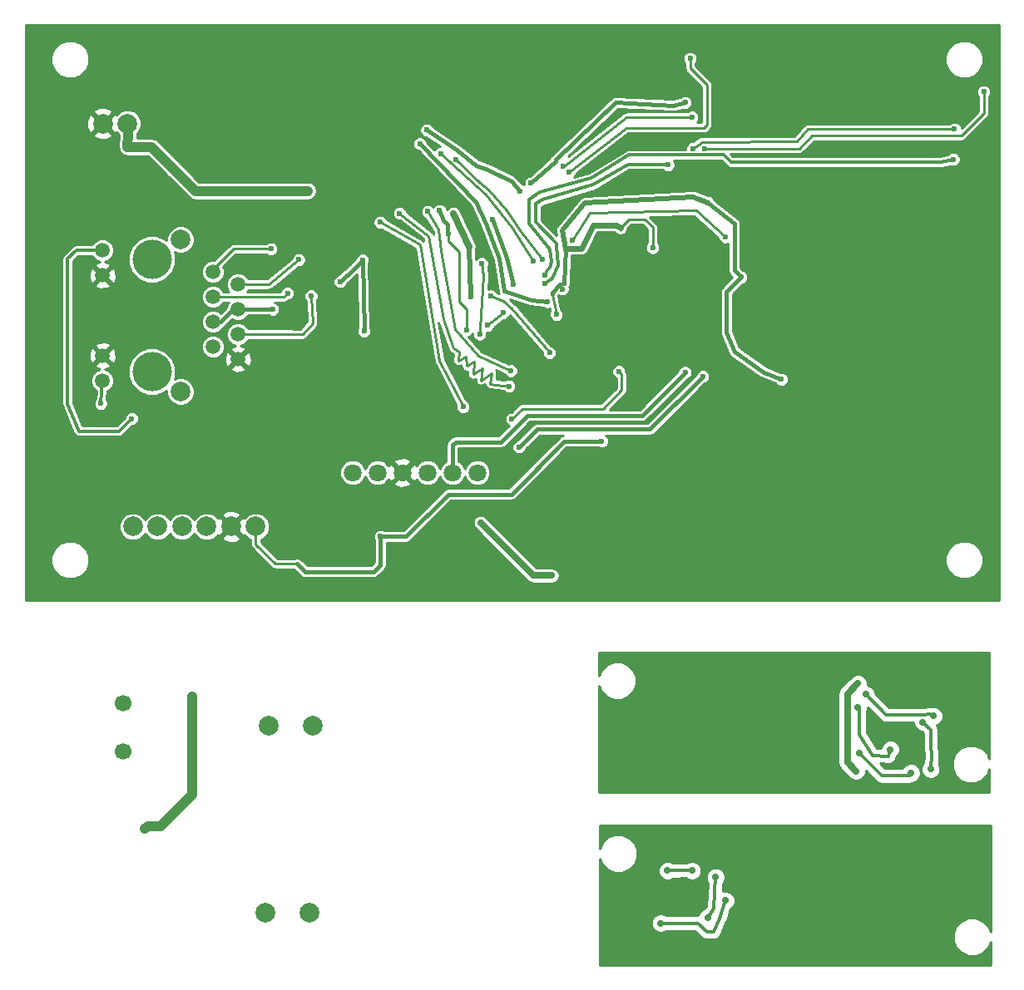
<source format=gbl>
G04 #@! TF.FileFunction,Copper,L2,Bot,Signal*
%FSLAX46Y46*%
G04 Gerber Fmt 4.6, Leading zero omitted, Abs format (unit mm)*
G04 Created by KiCad (PCBNEW 4.0.2+e4-6225~38~ubuntu14.04.1-stable) date Sat 13 Aug 2016 03:13:24 PM PDT*
%MOMM*%
G01*
G04 APERTURE LIST*
%ADD10C,0.150000*%
%ADD11C,1.800000*%
%ADD12C,2.000000*%
%ADD13C,0.600000*%
%ADD14R,2.499360X2.499360*%
%ADD15R,7.150000X7.150000*%
%ADD16C,1.500000*%
%ADD17C,4.000000*%
%ADD18C,1.998980*%
%ADD19C,1.700000*%
%ADD20C,0.700000*%
%ADD21C,0.250000*%
%ADD22C,0.600000*%
%ADD23C,0.700000*%
%ADD24C,0.500000*%
%ADD25C,1.000000*%
%ADD26C,0.400000*%
%ADD27C,0.300000*%
%ADD28C,0.350000*%
%ADD29C,0.254000*%
G04 APERTURE END LIST*
D10*
D11*
X63899680Y-64100000D03*
X66439680Y-64100000D03*
X53760000Y-64100000D03*
X56300000Y-64100000D03*
X61369840Y-64100000D03*
X58829840Y-64100000D03*
D12*
X28325000Y-28550000D03*
X30825000Y-28550000D03*
X38900000Y-69600000D03*
X36400000Y-69600000D03*
X43900000Y-69600000D03*
X41400000Y-69600000D03*
X31400000Y-69600000D03*
X33900000Y-69600000D03*
D13*
X59010000Y-45730000D03*
X58248000Y-44968000D03*
X58248000Y-46492000D03*
X59772000Y-44968000D03*
X59772000Y-46492000D03*
D14*
X59010000Y-45730000D03*
D15*
X80660000Y-46490000D03*
D13*
X77860000Y-49490000D03*
X78360000Y-48490000D03*
X77860000Y-47490000D03*
X78360000Y-46490000D03*
X77860000Y-45490000D03*
X78360000Y-44490000D03*
X77860000Y-43490000D03*
X78860000Y-49490000D03*
X79360000Y-48490000D03*
X78860000Y-47490000D03*
X79360000Y-46490000D03*
X78860000Y-45490000D03*
X79360000Y-44490000D03*
X78860000Y-43490000D03*
X79860000Y-49490000D03*
X80360000Y-48490000D03*
X79860000Y-47490000D03*
X80360000Y-46490000D03*
X79860000Y-45490000D03*
X80360000Y-44490000D03*
X79860000Y-43490000D03*
X80860000Y-49490000D03*
X81360000Y-48490000D03*
X80860000Y-47490000D03*
X81360000Y-46490000D03*
X80860000Y-45490000D03*
X81360000Y-44490000D03*
X80860000Y-43490000D03*
X81860000Y-49490000D03*
X82360000Y-48490000D03*
X81860000Y-47490000D03*
X82360000Y-46490000D03*
X81860000Y-45490000D03*
X82360000Y-44490000D03*
X81860000Y-43490000D03*
X82860000Y-49490000D03*
X83360000Y-48490000D03*
X82860000Y-47490000D03*
X83360000Y-46490000D03*
X82860000Y-45490000D03*
X83360000Y-44490000D03*
X82860000Y-43490000D03*
D16*
X28300000Y-41475000D03*
X28300000Y-44015000D03*
X28300000Y-52185000D03*
X28300000Y-54725000D03*
X39550000Y-43660000D03*
X39550000Y-48730000D03*
X39550000Y-46200000D03*
X39550000Y-51270000D03*
X42090000Y-44920000D03*
X42090000Y-50000000D03*
X42090000Y-47460000D03*
D17*
X33332080Y-53815000D03*
X33332080Y-42385000D03*
D12*
X36250000Y-40355000D03*
X36250000Y-55845000D03*
D16*
X42090000Y-52540000D03*
D18*
X45200200Y-89889800D03*
X49701080Y-89889800D03*
D19*
X30400000Y-92500000D03*
X30400000Y-87600000D03*
D18*
X44900200Y-108915280D03*
X49401080Y-108915280D03*
D13*
X84300000Y-41200000D03*
X81000000Y-39200000D03*
X75100000Y-45400000D03*
X74500000Y-48000000D03*
X66800000Y-69200000D03*
X74041672Y-74585389D03*
X35575000Y-33275000D03*
X97400000Y-54600000D03*
X49200000Y-35400000D03*
X75450000Y-41250000D03*
X64000000Y-37700000D03*
X65600000Y-41100000D03*
X65822000Y-46188000D03*
X89900000Y-36600000D03*
X93296778Y-44200104D03*
X60600000Y-30600000D03*
X73600000Y-46700000D03*
X73350000Y-44800000D03*
X85850000Y-32750000D03*
X73300000Y-44000000D03*
X114900000Y-32200000D03*
X52500000Y-44650000D03*
X45625000Y-47475000D03*
X54910000Y-49700000D03*
X54770000Y-42470000D03*
X91700000Y-40100000D03*
X76100000Y-40400000D03*
X65350000Y-49550000D03*
X63530362Y-39760362D03*
X62600000Y-37400000D03*
X67800000Y-46100000D03*
X73800000Y-51900000D03*
X21700000Y-69000000D03*
X68100000Y-44900000D03*
X82500000Y-39400000D03*
X88100000Y-41600000D03*
X82000000Y-35100000D03*
X112100000Y-21400000D03*
X71500000Y-47300000D03*
X23952025Y-29091471D03*
X22300000Y-71000000D03*
X57100000Y-52900000D03*
X40250000Y-58100000D03*
X34200000Y-37875000D03*
X53300000Y-58100000D03*
X85800000Y-20900000D03*
X57800000Y-20300000D03*
X96000000Y-37600000D03*
X94200000Y-49200000D03*
X94100000Y-51700000D03*
X96100000Y-55900000D03*
X84700000Y-54400000D03*
X82600000Y-55400000D03*
X80200000Y-54625000D03*
X91300000Y-55300000D03*
X63100000Y-57000000D03*
X54500000Y-37200000D03*
X66900000Y-31300000D03*
X51100000Y-48100000D03*
X93500000Y-46100000D03*
D20*
X111500000Y-90800000D03*
X106800000Y-91200000D03*
X110950000Y-87300000D03*
X114048160Y-91651840D03*
X108450000Y-87050000D03*
X113700000Y-84700000D03*
X104000000Y-84000000D03*
X87125633Y-103704117D03*
X94040000Y-112120000D03*
X86070000Y-111740000D03*
X87890000Y-112170000D03*
D13*
X31275000Y-58600000D03*
X87600000Y-53900000D03*
X70700000Y-61500000D03*
X89400000Y-54300000D03*
X61300000Y-29200000D03*
X70800000Y-35400000D03*
D20*
X112600000Y-94300000D03*
X111800000Y-89500000D03*
D13*
X71900000Y-34600000D03*
X87600000Y-26400000D03*
X79100000Y-60900000D03*
X56600000Y-70600000D03*
X49525000Y-46100000D03*
X47125000Y-45825000D03*
X88300000Y-27900000D03*
X75200000Y-32900000D03*
X72117069Y-42568817D03*
X62700000Y-31600000D03*
X88400000Y-31100000D03*
X115000000Y-29100000D03*
X88100000Y-21900000D03*
X75800000Y-33450000D03*
X64298135Y-32201908D03*
X73100000Y-42350000D03*
X89600000Y-31100000D03*
X118000000Y-25300000D03*
X48275000Y-42400000D03*
X45450000Y-41300000D03*
X28125000Y-57050000D03*
X70100000Y-44900000D03*
X68000000Y-38300000D03*
X80850000Y-53800000D03*
X69950000Y-58650000D03*
X61400000Y-37500000D03*
X69860000Y-53720000D03*
X58530000Y-37700000D03*
X69670000Y-55300000D03*
X56550000Y-38590000D03*
X65000000Y-57400000D03*
X67500000Y-49100000D03*
X69100000Y-47800000D03*
X66900000Y-42800000D03*
X66700000Y-50000000D03*
D20*
X37400000Y-86900000D03*
X32600000Y-100400000D03*
X105300000Y-92700000D03*
X110600000Y-94700000D03*
X90700000Y-105300000D03*
X89900000Y-109400000D03*
X91700000Y-107700000D03*
X85100000Y-110000000D03*
X108500000Y-92300000D03*
X105200000Y-88000000D03*
X105200000Y-85600000D03*
X105000000Y-94500000D03*
X85800000Y-104650000D03*
X88300000Y-104650000D03*
X112900000Y-88900000D03*
X106000000Y-86700000D03*
D21*
X82300000Y-38300000D02*
X81900000Y-38300000D01*
X84300000Y-41200000D02*
X84300000Y-39100000D01*
X84300000Y-39100000D02*
X83500000Y-38300000D01*
X83500000Y-38300000D02*
X82300000Y-38300000D01*
X81900000Y-38300000D02*
X81000000Y-39200000D01*
X81000000Y-39400000D02*
X81000000Y-39100000D01*
D22*
X77050000Y-41250000D02*
X78200000Y-38900000D01*
X80600000Y-38900000D02*
X81000000Y-39200000D01*
X78200000Y-38900000D02*
X80600000Y-38900000D01*
X77050000Y-41250000D02*
X75450000Y-41250000D01*
D21*
X74888990Y-45188990D02*
X74888990Y-44958161D01*
X75100000Y-45400000D02*
X74888990Y-45188990D01*
X74100000Y-45900000D02*
X74100000Y-45900000D01*
X74500000Y-48000000D02*
X74100000Y-45900000D01*
D23*
X74041672Y-74585389D02*
X72135387Y-74585389D01*
X72135387Y-74585389D02*
X66800000Y-69200000D01*
X66800000Y-69200000D02*
X66800000Y-69200000D01*
D24*
X65822000Y-46188000D02*
X65600000Y-41100000D01*
X65600000Y-41200000D02*
X65600000Y-41100000D01*
D25*
X35575000Y-33275000D02*
X35600000Y-33250000D01*
X30845000Y-30930000D02*
X33280000Y-30930000D01*
X37750000Y-35400000D02*
X42100000Y-35400000D01*
X33280000Y-30930000D02*
X35600000Y-33250000D01*
X35600000Y-33250000D02*
X37750000Y-35400000D01*
X30950000Y-28300000D02*
X30845000Y-30930000D01*
D26*
X91800000Y-49800000D02*
X91800000Y-45696882D01*
X95600000Y-53852632D02*
X92600000Y-51800000D01*
X97400000Y-54600000D02*
X95600000Y-53852632D01*
X92600000Y-51800000D02*
X91800000Y-49800000D01*
X93296778Y-44200104D02*
X91800000Y-45696882D01*
D25*
X42100000Y-35400000D02*
X49200000Y-35400000D01*
D26*
X75300000Y-44850000D02*
X75450000Y-41250000D01*
X74888990Y-44958161D02*
X75300000Y-44850000D01*
X74100000Y-45900000D02*
X74100000Y-45758290D01*
X74100000Y-45758290D02*
X74888990Y-44958161D01*
D21*
X74050000Y-45950000D02*
X74100000Y-45900000D01*
D23*
X64000000Y-37700000D02*
X65600000Y-41100000D01*
D26*
X89900000Y-36600000D02*
X92600000Y-38700000D01*
X92600000Y-43503326D02*
X93296778Y-44200104D01*
X92600000Y-43503326D02*
X92600000Y-38700000D01*
D24*
X75450000Y-41250000D02*
X75100000Y-39400000D01*
X75100000Y-39400000D02*
X77400000Y-36600000D01*
X77400000Y-36600000D02*
X88400000Y-36000000D01*
X88400000Y-36000000D02*
X89900000Y-36600000D01*
D26*
X60600000Y-30600000D02*
X66300000Y-36500000D01*
X66300000Y-36500000D02*
X67300000Y-38700000D01*
X67300000Y-38700000D02*
X68700000Y-42300000D01*
X68700000Y-42300000D02*
X69200000Y-45600000D01*
X69200000Y-45600000D02*
X72000000Y-46500000D01*
X72000000Y-46500000D02*
X73600000Y-46700000D01*
D27*
X74550000Y-41050000D02*
X74550000Y-40750000D01*
X74700000Y-43000000D02*
X74550000Y-41050000D01*
X73350000Y-44800000D02*
X74050000Y-44300000D01*
X74050000Y-44300000D02*
X74700000Y-43000000D01*
D28*
X85900000Y-32700000D02*
X85850000Y-32750000D01*
D27*
X81750000Y-32700000D02*
X85900000Y-32700000D01*
X78250000Y-34800000D02*
X81750000Y-32700000D01*
X73100000Y-36300000D02*
X78250000Y-34800000D01*
X72400000Y-36700000D02*
X73100000Y-36300000D01*
X72400000Y-38600000D02*
X72400000Y-36700000D01*
X74550000Y-40750000D02*
X72400000Y-38600000D01*
X93500000Y-32500000D02*
X113600000Y-32500000D01*
X91500000Y-31750000D02*
X92250000Y-32500000D01*
X92250000Y-32500000D02*
X93500000Y-32500000D01*
X71700000Y-38750000D02*
X71700000Y-36300000D01*
X73300000Y-44000000D02*
X73600000Y-43500000D01*
X73600000Y-43500000D02*
X73800000Y-43250000D01*
X73800000Y-43250000D02*
X74000000Y-42600000D01*
X74000000Y-42600000D02*
X73800000Y-41400000D01*
X73800000Y-41400000D02*
X71700000Y-38750000D01*
X78050000Y-34100000D02*
X81900000Y-31750000D01*
X72850000Y-35500000D02*
X78050000Y-34100000D01*
X71700000Y-36300000D02*
X72850000Y-35500000D01*
X81900000Y-31750000D02*
X91500000Y-31750000D01*
X113600000Y-32500000D02*
X114900000Y-32200000D01*
D26*
X53915000Y-43325000D02*
X54770000Y-42470000D01*
X52525000Y-44625000D02*
X53915000Y-43325000D01*
D21*
X52500000Y-44650000D02*
X52525000Y-44625000D01*
D26*
X42090000Y-47460000D02*
X41615000Y-47460000D01*
X41615000Y-47460000D02*
X40345000Y-48730000D01*
X40345000Y-48730000D02*
X39550000Y-48730000D01*
X45610000Y-47460000D02*
X42090000Y-47460000D01*
D21*
X45625000Y-47475000D02*
X45610000Y-47460000D01*
D26*
X54770000Y-42470000D02*
X54910000Y-49700000D01*
D21*
X77900000Y-37600000D02*
X76100000Y-40400000D01*
X88700000Y-37400000D02*
X77900000Y-37600000D01*
X91700000Y-40100000D02*
X88700000Y-37400000D01*
X65400000Y-47500000D02*
X65350000Y-47550000D01*
X63530362Y-39760362D02*
X63530362Y-40530362D01*
X63530362Y-40530362D02*
X64600000Y-41600000D01*
X64600000Y-41600000D02*
X64600000Y-46700000D01*
X64600000Y-46700000D02*
X65400000Y-47500000D01*
X65350000Y-47550000D02*
X65350000Y-49550000D01*
D26*
X62600000Y-37400000D02*
X63000000Y-38400000D01*
X63000000Y-38400000D02*
X63400000Y-38800000D01*
X63400000Y-38800000D02*
X63400000Y-39630000D01*
X63400000Y-39630000D02*
X63530362Y-39760362D01*
D21*
X69100000Y-46600000D02*
X67800000Y-46100000D01*
X69950000Y-47341954D02*
X69100000Y-46600000D01*
X73800000Y-51900000D02*
X69950000Y-47341954D01*
X82500000Y-39400000D02*
X82500000Y-40100000D01*
X82000000Y-35100000D02*
X82000000Y-35200000D01*
X72800000Y-48700000D02*
X73100000Y-48700000D01*
X71500000Y-47300000D02*
X72800000Y-48700000D01*
D27*
X23457051Y-29091471D02*
X23952025Y-29091471D01*
X57100000Y-52900000D02*
X58300000Y-54100000D01*
X40275000Y-58125000D02*
X40275000Y-58150000D01*
X40250000Y-58100000D02*
X40275000Y-58125000D01*
D25*
X34200000Y-37875000D02*
X34200000Y-37850000D01*
D26*
X80200000Y-54625000D02*
X80280000Y-54665000D01*
D21*
X91300000Y-55300000D02*
X91300000Y-55200000D01*
D24*
X54500000Y-37200000D02*
X54500000Y-37100000D01*
D25*
X66900000Y-31300000D02*
X66950000Y-31250000D01*
D23*
X51100000Y-48100000D02*
X51100000Y-48130000D01*
D21*
X93500000Y-46100000D02*
X93500000Y-46080000D01*
D27*
X106800000Y-91200000D02*
X106800000Y-91100000D01*
D23*
X114000000Y-91600000D02*
X114000000Y-91603680D01*
X114000000Y-91603680D02*
X114048160Y-91651840D01*
D27*
X87890000Y-112170000D02*
X87790000Y-112270000D01*
X25625000Y-41450000D02*
X28300000Y-41475000D01*
X24750000Y-42325000D02*
X25625000Y-41450000D01*
X24750000Y-57100000D02*
X24750000Y-42325000D01*
X25875000Y-59875000D02*
X24750000Y-57100000D01*
X30000000Y-59875000D02*
X25875000Y-59875000D01*
X31275000Y-58600000D02*
X30000000Y-59875000D01*
D26*
X69242946Y-60600000D02*
X68873146Y-60969800D01*
X68873146Y-60969800D02*
X64230200Y-60969800D01*
X64230200Y-60969800D02*
X63899680Y-61300320D01*
X63899680Y-61300320D02*
X63899680Y-64100000D01*
D27*
X69242946Y-60600000D02*
X69242946Y-60657054D01*
D26*
X87600000Y-53900000D02*
X83200000Y-58300000D01*
X83200000Y-58300000D02*
X71542946Y-58300000D01*
X71542946Y-58300000D02*
X69242946Y-60600000D01*
X89400000Y-54300000D02*
X84025119Y-59674881D01*
X84025119Y-59674881D02*
X72525119Y-59674881D01*
X72525119Y-59674881D02*
X70700000Y-61500000D01*
X61300000Y-29200000D02*
X64400000Y-31300000D01*
X67500000Y-33200000D02*
X69900000Y-34400000D01*
X66300000Y-32800000D02*
X67500000Y-33200000D01*
X64400000Y-31300000D02*
X66300000Y-32800000D01*
X69900000Y-34400000D02*
X70800000Y-35400000D01*
D27*
X112700000Y-92800000D02*
X112600000Y-94300000D01*
X112600000Y-92000000D02*
X112700000Y-92800000D01*
X112600000Y-90300000D02*
X112600000Y-92000000D01*
X111800000Y-89500000D02*
X112600000Y-90300000D01*
D26*
X74400000Y-32400000D02*
X74400000Y-32254337D01*
X71900000Y-34600000D02*
X74400000Y-32400000D01*
X86400000Y-26700000D02*
X87600000Y-26400000D01*
X80500000Y-26400000D02*
X86400000Y-26700000D01*
X74400000Y-32254337D02*
X80500000Y-26400000D01*
X56600000Y-70600000D02*
X59200000Y-70600000D01*
X75300000Y-60900000D02*
X79100000Y-60900000D01*
X69900000Y-66300000D02*
X75300000Y-60900000D01*
X63500000Y-66300000D02*
X69900000Y-66300000D01*
X59200000Y-70600000D02*
X63500000Y-66300000D01*
X55900000Y-74200000D02*
X48900000Y-74200000D01*
X48900000Y-74200000D02*
X48100000Y-73400000D01*
X56600000Y-73500000D02*
X55900000Y-74200000D01*
X56600000Y-70600000D02*
X56600000Y-73500000D01*
D21*
X48100000Y-73400000D02*
X45900000Y-73400000D01*
X45900000Y-73400000D02*
X43900000Y-71400000D01*
X43900000Y-71400000D02*
X43900000Y-69600000D01*
X46925000Y-50000000D02*
X42090000Y-50000000D01*
X48650000Y-50025000D02*
X46925000Y-50000000D01*
X49675000Y-48875000D02*
X48650000Y-50025000D01*
X49525000Y-46100000D02*
X49675000Y-48875000D01*
X46750000Y-46200000D02*
X39550000Y-46200000D01*
X47125000Y-45825000D02*
X46750000Y-46200000D01*
X81600000Y-27900000D02*
X88300000Y-27900000D01*
X75300000Y-32900000D02*
X81600000Y-27900000D01*
X67300000Y-35800000D02*
X62700000Y-31600000D01*
X69900000Y-39100000D02*
X67300000Y-35800000D01*
X69900000Y-39100000D02*
X72117069Y-42568817D01*
X104000000Y-29100000D02*
X111500000Y-29100000D01*
X100100000Y-29100000D02*
X104000000Y-29100000D01*
X98997120Y-30376172D02*
X100100000Y-29100000D01*
X89300000Y-30400000D02*
X98997120Y-30376172D01*
X88400000Y-31100000D02*
X89300000Y-30400000D01*
X111500000Y-29100000D02*
X112600000Y-29100000D01*
X112600000Y-29100000D02*
X113700000Y-29100000D01*
X113700000Y-29100000D02*
X114700000Y-29100000D01*
X114700000Y-29100000D02*
X115000000Y-29100000D01*
X89800000Y-28700000D02*
X89800000Y-24600000D01*
X89800000Y-24600000D02*
X88100000Y-22900000D01*
X88100000Y-22900000D02*
X88100000Y-21900000D01*
X89500000Y-29000000D02*
X89800000Y-28700000D01*
X81600000Y-29000000D02*
X89500000Y-29000000D01*
X75800000Y-33450000D02*
X81600000Y-29000000D01*
X73100000Y-42350000D02*
X70800000Y-39400000D01*
X70800000Y-39400000D02*
X69400000Y-37400000D01*
X69400000Y-37400000D02*
X67600000Y-35300000D01*
X67600000Y-35300000D02*
X66700000Y-34550000D01*
X66700000Y-34550000D02*
X64298135Y-32201908D01*
X118000000Y-25300000D02*
X118000000Y-27500000D01*
X115700000Y-29800000D02*
X118000000Y-27500000D01*
X100500000Y-29800000D02*
X115700000Y-29800000D01*
X99200000Y-31100000D02*
X100500000Y-29800000D01*
X97000000Y-31100000D02*
X99200000Y-31100000D01*
X97000000Y-31100000D02*
X89600000Y-31100000D01*
X45230000Y-44920000D02*
X42090000Y-44920000D01*
X48275000Y-42400000D02*
X45230000Y-44920000D01*
X39550000Y-43375000D02*
X39550000Y-43660000D01*
X41625000Y-41300000D02*
X39550000Y-43375000D01*
X45450000Y-41300000D02*
X41625000Y-41300000D01*
X39200000Y-69900000D02*
X38900000Y-69600000D01*
D27*
X28125000Y-57050000D02*
X28300000Y-54725000D01*
D26*
X70100000Y-44900000D02*
X69400000Y-42182353D01*
X69400000Y-42182353D02*
X68000000Y-38300000D01*
D21*
X81150000Y-54100000D02*
X80850000Y-53800000D01*
X81150000Y-55700000D02*
X81150000Y-54100000D01*
X79250000Y-57600000D02*
X81150000Y-55700000D01*
X71000000Y-57600000D02*
X79250000Y-57600000D01*
X69950000Y-58650000D02*
X71000000Y-57600000D01*
X62770000Y-41520000D02*
X62500000Y-39370000D01*
X62500000Y-39370000D02*
X61400000Y-37500000D01*
X64190000Y-49510000D02*
X62770000Y-41520000D01*
X66570000Y-52220000D02*
X64190000Y-49510000D01*
X69860000Y-53720000D02*
X66570000Y-52220000D01*
X62970000Y-48460000D02*
X61470000Y-39990000D01*
X61470000Y-39990000D02*
X58530000Y-37700000D01*
X64000000Y-51400000D02*
X62970000Y-48460000D01*
X64600000Y-51800000D02*
X64000000Y-51400000D01*
X64500000Y-52700000D02*
X64600000Y-51800000D01*
X65290000Y-52260000D02*
X64500000Y-52700000D01*
X65360000Y-53240000D02*
X65290000Y-52260000D01*
X66110000Y-52770000D02*
X65360000Y-53240000D01*
X66000000Y-54100000D02*
X66110000Y-52770000D01*
X67000000Y-53500000D02*
X66000000Y-54100000D01*
X66800000Y-54700000D02*
X67000000Y-53500000D01*
X67890000Y-53980000D02*
X66800000Y-54700000D01*
X67770000Y-55050000D02*
X67890000Y-53980000D01*
X69670000Y-55300000D02*
X67770000Y-55050000D01*
X60600000Y-40890000D02*
X56550000Y-38590000D01*
X62610000Y-52730000D02*
X60600000Y-40890000D01*
X65000000Y-57400000D02*
X62610000Y-52730000D01*
X67500000Y-49100000D02*
X69100000Y-47800000D01*
X66700000Y-49364407D02*
X66700000Y-50000000D01*
X67100000Y-44100000D02*
X66700000Y-49364407D01*
X66910000Y-42686441D02*
X67100000Y-44100000D01*
X66900000Y-42800000D02*
X66910000Y-42686441D01*
D25*
X37400000Y-96900000D02*
X37400000Y-86900000D01*
X34200000Y-100100000D02*
X37400000Y-96900000D01*
X32900000Y-100100000D02*
X34200000Y-100100000D01*
X32600000Y-100400000D02*
X32900000Y-100100000D01*
D27*
X107600000Y-95000000D02*
X105300000Y-92700000D01*
X110500000Y-95000000D02*
X107600000Y-95000000D01*
X110600000Y-94700000D02*
X110500000Y-95000000D01*
X90550000Y-108500000D02*
X90700000Y-105300000D01*
X89900000Y-109400000D02*
X90550000Y-108500000D01*
X91100000Y-109500000D02*
X91700000Y-107700000D01*
X90500000Y-110900000D02*
X91100000Y-109500000D01*
X89800000Y-110900000D02*
X90500000Y-110900000D01*
X85100000Y-110000000D02*
X88891578Y-109989836D01*
X88891578Y-109989836D02*
X89800000Y-110900000D01*
X108300000Y-93000000D02*
X108500000Y-92300000D01*
X105300000Y-90800000D02*
X106700000Y-92900000D01*
X106700000Y-92900000D02*
X108300000Y-93000000D01*
X105300000Y-88100000D02*
X105300000Y-90800000D01*
X105300000Y-90800000D02*
X105300000Y-90800000D01*
X105200000Y-88000000D02*
X105300000Y-88100000D01*
D23*
X104100000Y-86700000D02*
X105200000Y-85600000D01*
X104100000Y-93600000D02*
X104100000Y-86700000D01*
X105000000Y-94500000D02*
X104100000Y-93600000D01*
D27*
X88280000Y-104630000D02*
X85800000Y-104650000D01*
X88300000Y-104650000D02*
X88280000Y-104630000D01*
X112500000Y-88700000D02*
X112900000Y-88900000D01*
X111875000Y-88800000D02*
X112500000Y-88700000D01*
X108075000Y-88800000D02*
X111875000Y-88800000D01*
X106000000Y-86700000D02*
X108075000Y-88800000D01*
D29*
G36*
X119523000Y-77073000D02*
X20477000Y-77073000D01*
X20477000Y-73381622D01*
X23072666Y-73381622D01*
X23365416Y-74090132D01*
X23907017Y-74632678D01*
X24615014Y-74926665D01*
X25381622Y-74927334D01*
X26090132Y-74634584D01*
X26632678Y-74092983D01*
X26926665Y-73384986D01*
X26927334Y-72618378D01*
X26634584Y-71909868D01*
X26092983Y-71367322D01*
X25384986Y-71073335D01*
X24618378Y-71072666D01*
X23909868Y-71365416D01*
X23367322Y-71907017D01*
X23073335Y-72615014D01*
X23072666Y-73381622D01*
X20477000Y-73381622D01*
X20477000Y-69882603D01*
X29972752Y-69882603D01*
X30189543Y-70407275D01*
X30590614Y-70809047D01*
X31114907Y-71026752D01*
X31682603Y-71027248D01*
X32207275Y-70810457D01*
X32609047Y-70409386D01*
X32649831Y-70311166D01*
X32689543Y-70407275D01*
X33090614Y-70809047D01*
X33614907Y-71026752D01*
X34182603Y-71027248D01*
X34707275Y-70810457D01*
X35109047Y-70409386D01*
X35149831Y-70311166D01*
X35189543Y-70407275D01*
X35590614Y-70809047D01*
X36114907Y-71026752D01*
X36682603Y-71027248D01*
X37207275Y-70810457D01*
X37609047Y-70409386D01*
X37649831Y-70311166D01*
X37689543Y-70407275D01*
X38090614Y-70809047D01*
X38614907Y-71026752D01*
X39182603Y-71027248D01*
X39707275Y-70810457D01*
X39765301Y-70752532D01*
X40427073Y-70752532D01*
X40525736Y-71019387D01*
X41135461Y-71245908D01*
X41785460Y-71221856D01*
X42274264Y-71019387D01*
X42372927Y-70752532D01*
X41400000Y-69779605D01*
X40427073Y-70752532D01*
X39765301Y-70752532D01*
X40026909Y-70491381D01*
X40247468Y-70572927D01*
X41220395Y-69600000D01*
X41579605Y-69600000D01*
X42552532Y-70572927D01*
X42773391Y-70491270D01*
X43090614Y-70809047D01*
X43348000Y-70915923D01*
X43348000Y-71400000D01*
X43390018Y-71611242D01*
X43509677Y-71790323D01*
X45509677Y-73790323D01*
X45688758Y-73909982D01*
X45900000Y-73952000D01*
X47765288Y-73952000D01*
X48456644Y-74643356D01*
X48660058Y-74779273D01*
X48900000Y-74827000D01*
X55900000Y-74827000D01*
X56139943Y-74779272D01*
X56343356Y-74643356D01*
X57043356Y-73943356D01*
X57100213Y-73858263D01*
X57179272Y-73739943D01*
X57227000Y-73500000D01*
X57227000Y-71227000D01*
X59200000Y-71227000D01*
X59439943Y-71179272D01*
X59643356Y-71043356D01*
X61486712Y-69200000D01*
X66023000Y-69200000D01*
X66052221Y-69346901D01*
X66080767Y-69493993D01*
X66081786Y-69495533D01*
X66082146Y-69497345D01*
X66165408Y-69621955D01*
X66248022Y-69746854D01*
X71583409Y-75132243D01*
X71584939Y-75133276D01*
X71585965Y-75134811D01*
X71710513Y-75218031D01*
X71834698Y-75301849D01*
X71836508Y-75302218D01*
X71838042Y-75303243D01*
X71984876Y-75332450D01*
X72131763Y-75362381D01*
X72133577Y-75362029D01*
X72135387Y-75362389D01*
X74041672Y-75362389D01*
X74339017Y-75303243D01*
X74591094Y-75134811D01*
X74759526Y-74882734D01*
X74818672Y-74585389D01*
X74759526Y-74288044D01*
X74591094Y-74035967D01*
X74339017Y-73867535D01*
X74041672Y-73808389D01*
X72459356Y-73808389D01*
X72036552Y-73381622D01*
X114072666Y-73381622D01*
X114365416Y-74090132D01*
X114907017Y-74632678D01*
X115615014Y-74926665D01*
X116381622Y-74927334D01*
X117090132Y-74634584D01*
X117632678Y-74092983D01*
X117926665Y-73384986D01*
X117927334Y-72618378D01*
X117634584Y-71909868D01*
X117092983Y-71367322D01*
X116384986Y-71073335D01*
X115618378Y-71072666D01*
X114909868Y-71365416D01*
X114367322Y-71907017D01*
X114073335Y-72615014D01*
X114072666Y-73381622D01*
X72036552Y-73381622D01*
X67351978Y-68653146D01*
X67350448Y-68652113D01*
X67349422Y-68650578D01*
X67224849Y-68567342D01*
X67100690Y-68483541D01*
X67098881Y-68483172D01*
X67097345Y-68482146D01*
X66950430Y-68452923D01*
X66803624Y-68423008D01*
X66801810Y-68423360D01*
X66800000Y-68423000D01*
X66653099Y-68452221D01*
X66506007Y-68480767D01*
X66504467Y-68481786D01*
X66502655Y-68482146D01*
X66378045Y-68565408D01*
X66253146Y-68648022D01*
X66252113Y-68649552D01*
X66250578Y-68650578D01*
X66167342Y-68775151D01*
X66083541Y-68899310D01*
X66083172Y-68901119D01*
X66082146Y-68902655D01*
X66052923Y-69049570D01*
X66023008Y-69196376D01*
X66023360Y-69198190D01*
X66023000Y-69200000D01*
X61486712Y-69200000D01*
X63759712Y-66927000D01*
X69900000Y-66927000D01*
X70139943Y-66879272D01*
X70343356Y-66743356D01*
X75559712Y-61527000D01*
X78714235Y-61527000D01*
X78954756Y-61626874D01*
X79243975Y-61627126D01*
X79511275Y-61516680D01*
X79715961Y-61312350D01*
X79826874Y-61045244D01*
X79827126Y-60756025D01*
X79716680Y-60488725D01*
X79530161Y-60301881D01*
X84025119Y-60301881D01*
X84265062Y-60254153D01*
X84468475Y-60118237D01*
X89570578Y-55016134D01*
X89811275Y-54916680D01*
X90015961Y-54712350D01*
X90126874Y-54445244D01*
X90127126Y-54156025D01*
X90016680Y-53888725D01*
X89812350Y-53684039D01*
X89545244Y-53573126D01*
X89256025Y-53572874D01*
X88988725Y-53683320D01*
X88784039Y-53887650D01*
X88683489Y-54129799D01*
X83765407Y-59047881D01*
X72525119Y-59047881D01*
X72285176Y-59095609D01*
X72105056Y-59215961D01*
X72081763Y-59231525D01*
X70529422Y-60783866D01*
X70288725Y-60883320D01*
X70084039Y-61087650D01*
X69973126Y-61354756D01*
X69972874Y-61643975D01*
X70083320Y-61911275D01*
X70287650Y-62115961D01*
X70554756Y-62226874D01*
X70843975Y-62227126D01*
X71111275Y-62116680D01*
X71315961Y-61912350D01*
X71416511Y-61670201D01*
X72784831Y-60301881D01*
X75154807Y-60301881D01*
X75060057Y-60320728D01*
X74863620Y-60451983D01*
X74856644Y-60456644D01*
X69640288Y-65673000D01*
X63500000Y-65673000D01*
X63260057Y-65720728D01*
X63056644Y-65856644D01*
X58940288Y-69973000D01*
X56985765Y-69973000D01*
X56745244Y-69873126D01*
X56456025Y-69872874D01*
X56188725Y-69983320D01*
X55984039Y-70187650D01*
X55873126Y-70454756D01*
X55872874Y-70743975D01*
X55973000Y-70986299D01*
X55973000Y-73240288D01*
X55640288Y-73573000D01*
X49159712Y-73573000D01*
X48543356Y-72956644D01*
X48339942Y-72820728D01*
X48100000Y-72773000D01*
X47860058Y-72820728D01*
X47819242Y-72848000D01*
X46128646Y-72848000D01*
X44452000Y-71171354D01*
X44452000Y-70915935D01*
X44707275Y-70810457D01*
X45109047Y-70409386D01*
X45326752Y-69885093D01*
X45327248Y-69317397D01*
X45110457Y-68792725D01*
X44709386Y-68390953D01*
X44185093Y-68173248D01*
X43617397Y-68172752D01*
X43092725Y-68389543D01*
X42773091Y-68708619D01*
X42552532Y-68627073D01*
X41579605Y-69600000D01*
X41220395Y-69600000D01*
X40247468Y-68627073D01*
X40026609Y-68708730D01*
X39765803Y-68447468D01*
X40427073Y-68447468D01*
X41400000Y-69420395D01*
X42372927Y-68447468D01*
X42274264Y-68180613D01*
X41664539Y-67954092D01*
X41014540Y-67978144D01*
X40525736Y-68180613D01*
X40427073Y-68447468D01*
X39765803Y-68447468D01*
X39709386Y-68390953D01*
X39185093Y-68173248D01*
X38617397Y-68172752D01*
X38092725Y-68389543D01*
X37690953Y-68790614D01*
X37650169Y-68888834D01*
X37610457Y-68792725D01*
X37209386Y-68390953D01*
X36685093Y-68173248D01*
X36117397Y-68172752D01*
X35592725Y-68389543D01*
X35190953Y-68790614D01*
X35150169Y-68888834D01*
X35110457Y-68792725D01*
X34709386Y-68390953D01*
X34185093Y-68173248D01*
X33617397Y-68172752D01*
X33092725Y-68389543D01*
X32690953Y-68790614D01*
X32650169Y-68888834D01*
X32610457Y-68792725D01*
X32209386Y-68390953D01*
X31685093Y-68173248D01*
X31117397Y-68172752D01*
X30592725Y-68389543D01*
X30190953Y-68790614D01*
X29973248Y-69314907D01*
X29972752Y-69882603D01*
X20477000Y-69882603D01*
X20477000Y-64362798D01*
X52432771Y-64362798D01*
X52634369Y-64850703D01*
X53007334Y-65224319D01*
X53494885Y-65426769D01*
X54022798Y-65427229D01*
X54510703Y-65225631D01*
X54884319Y-64852666D01*
X55030109Y-64501567D01*
X55174369Y-64850703D01*
X55547334Y-65224319D01*
X56034885Y-65426769D01*
X56562798Y-65427229D01*
X57050703Y-65225631D01*
X57096254Y-65180159D01*
X57929286Y-65180159D01*
X58015692Y-65436643D01*
X58589176Y-65646458D01*
X59199300Y-65620839D01*
X59643988Y-65436643D01*
X59730394Y-65180159D01*
X58829840Y-64279605D01*
X57929286Y-65180159D01*
X57096254Y-65180159D01*
X57424319Y-64852666D01*
X57446051Y-64800329D01*
X57493197Y-64914148D01*
X57749681Y-65000554D01*
X58650235Y-64100000D01*
X59009445Y-64100000D01*
X59909999Y-65000554D01*
X60166483Y-64914148D01*
X60215296Y-64780728D01*
X60244209Y-64850703D01*
X60617174Y-65224319D01*
X61104725Y-65426769D01*
X61632638Y-65427229D01*
X62120543Y-65225631D01*
X62494159Y-64852666D01*
X62634856Y-64513831D01*
X62774049Y-64850703D01*
X63147014Y-65224319D01*
X63634565Y-65426769D01*
X64162478Y-65427229D01*
X64650383Y-65225631D01*
X65023999Y-64852666D01*
X65169789Y-64501567D01*
X65314049Y-64850703D01*
X65687014Y-65224319D01*
X66174565Y-65426769D01*
X66702478Y-65427229D01*
X67190383Y-65225631D01*
X67563999Y-64852666D01*
X67766449Y-64365115D01*
X67766909Y-63837202D01*
X67565311Y-63349297D01*
X67192346Y-62975681D01*
X66704795Y-62773231D01*
X66176882Y-62772771D01*
X65688977Y-62974369D01*
X65315361Y-63347334D01*
X65169571Y-63698433D01*
X65025311Y-63349297D01*
X64652346Y-62975681D01*
X64526680Y-62923500D01*
X64526680Y-61596800D01*
X68873146Y-61596800D01*
X69113089Y-61549072D01*
X69316502Y-61413156D01*
X71802658Y-58927000D01*
X83200000Y-58927000D01*
X83439943Y-58879272D01*
X83643356Y-58743356D01*
X87770578Y-54616134D01*
X88011275Y-54516680D01*
X88215961Y-54312350D01*
X88326874Y-54045244D01*
X88327126Y-53756025D01*
X88216680Y-53488725D01*
X88012350Y-53284039D01*
X87745244Y-53173126D01*
X87456025Y-53172874D01*
X87188725Y-53283320D01*
X86984039Y-53487650D01*
X86883489Y-53729799D01*
X82940288Y-57673000D01*
X79957646Y-57673000D01*
X81540323Y-56090323D01*
X81659982Y-55911242D01*
X81702000Y-55700000D01*
X81702000Y-54100000D01*
X81692950Y-54054501D01*
X81659982Y-53888758D01*
X81577031Y-53764615D01*
X81577126Y-53656025D01*
X81466680Y-53388725D01*
X81262350Y-53184039D01*
X80995244Y-53073126D01*
X80706025Y-53072874D01*
X80438725Y-53183320D01*
X80234039Y-53387650D01*
X80123126Y-53654756D01*
X80122874Y-53943975D01*
X80233320Y-54211275D01*
X80437650Y-54415961D01*
X80598000Y-54482545D01*
X80598000Y-55471354D01*
X79021354Y-57048000D01*
X71000000Y-57048000D01*
X70788758Y-57090018D01*
X70609677Y-57209677D01*
X69896401Y-57922953D01*
X69806025Y-57922874D01*
X69538725Y-58033320D01*
X69334039Y-58237650D01*
X69223126Y-58504756D01*
X69222874Y-58793975D01*
X69333320Y-59061275D01*
X69537650Y-59265961D01*
X69645493Y-59310741D01*
X68613434Y-60342800D01*
X64230200Y-60342800D01*
X63990258Y-60390527D01*
X63786844Y-60526444D01*
X63456324Y-60856964D01*
X63320408Y-61060377D01*
X63272680Y-61300320D01*
X63272680Y-62923256D01*
X63148977Y-62974369D01*
X62775361Y-63347334D01*
X62634664Y-63686169D01*
X62495471Y-63349297D01*
X62122506Y-62975681D01*
X61634955Y-62773231D01*
X61107042Y-62772771D01*
X60619137Y-62974369D01*
X60245521Y-63347334D01*
X60218702Y-63411920D01*
X60166483Y-63285852D01*
X59909999Y-63199446D01*
X59009445Y-64100000D01*
X58650235Y-64100000D01*
X57749681Y-63199446D01*
X57493197Y-63285852D01*
X57449155Y-63406230D01*
X57425631Y-63349297D01*
X57096750Y-63019841D01*
X57929286Y-63019841D01*
X58829840Y-63920395D01*
X59730394Y-63019841D01*
X59643988Y-62763357D01*
X59070504Y-62553542D01*
X58460380Y-62579161D01*
X58015692Y-62763357D01*
X57929286Y-63019841D01*
X57096750Y-63019841D01*
X57052666Y-62975681D01*
X56565115Y-62773231D01*
X56037202Y-62772771D01*
X55549297Y-62974369D01*
X55175681Y-63347334D01*
X55029891Y-63698433D01*
X54885631Y-63349297D01*
X54512666Y-62975681D01*
X54025115Y-62773231D01*
X53497202Y-62772771D01*
X53009297Y-62974369D01*
X52635681Y-63347334D01*
X52433231Y-63834885D01*
X52432771Y-64362798D01*
X20477000Y-64362798D01*
X20477000Y-42325000D01*
X24172999Y-42325000D01*
X24173000Y-42325005D01*
X24173000Y-57100000D01*
X24194538Y-57208277D01*
X24215271Y-57316782D01*
X25340272Y-60091782D01*
X25341490Y-60093634D01*
X25341922Y-60095808D01*
X25403286Y-60187646D01*
X25463934Y-60279912D01*
X25465767Y-60281157D01*
X25466999Y-60283001D01*
X25558788Y-60344332D01*
X25650178Y-60406399D01*
X25652352Y-60406848D01*
X25654192Y-60408078D01*
X25762459Y-60429614D01*
X25870649Y-60451983D01*
X25872825Y-60451567D01*
X25875000Y-60452000D01*
X29999995Y-60452000D01*
X30000000Y-60452001D01*
X30220808Y-60408078D01*
X30408001Y-60283001D01*
X31363923Y-59327078D01*
X31418975Y-59327126D01*
X31686275Y-59216680D01*
X31890961Y-59012350D01*
X32001874Y-58745244D01*
X32002126Y-58456025D01*
X31891680Y-58188725D01*
X31687350Y-57984039D01*
X31420244Y-57873126D01*
X31131025Y-57872874D01*
X30863725Y-57983320D01*
X30659039Y-58187650D01*
X30548126Y-58454756D01*
X30548077Y-58510922D01*
X29760998Y-59298000D01*
X26263695Y-59298000D01*
X25327000Y-56987486D01*
X25327000Y-54958093D01*
X27122796Y-54958093D01*
X27301606Y-55390846D01*
X27632412Y-55722230D01*
X27645887Y-55727825D01*
X27582960Y-56563858D01*
X27509039Y-56637650D01*
X27398126Y-56904756D01*
X27397874Y-57193975D01*
X27508320Y-57461275D01*
X27712650Y-57665961D01*
X27979756Y-57776874D01*
X28268975Y-57777126D01*
X28536275Y-57666680D01*
X28740961Y-57462350D01*
X28851874Y-57195244D01*
X28852126Y-56906025D01*
X28741680Y-56638725D01*
X28735085Y-56632119D01*
X28798272Y-55792634D01*
X28965846Y-55723394D01*
X29297230Y-55392588D01*
X29476795Y-54960147D01*
X29477204Y-54491907D01*
X29396109Y-54295642D01*
X30904659Y-54295642D01*
X31273370Y-55187989D01*
X31955500Y-55871311D01*
X32847202Y-56241578D01*
X33812722Y-56242421D01*
X34705069Y-55873710D01*
X34823077Y-55755908D01*
X34822752Y-56127603D01*
X35039543Y-56652275D01*
X35440614Y-57054047D01*
X35964907Y-57271752D01*
X36532603Y-57272248D01*
X37057275Y-57055457D01*
X37459047Y-56654386D01*
X37676752Y-56130093D01*
X37677248Y-55562397D01*
X37460457Y-55037725D01*
X37059386Y-54635953D01*
X36535093Y-54418248D01*
X35967397Y-54417752D01*
X35656344Y-54546277D01*
X35758658Y-54299878D01*
X35759346Y-53511517D01*
X41298088Y-53511517D01*
X41366077Y-53752460D01*
X41885171Y-53937201D01*
X42435448Y-53909230D01*
X42813923Y-53752460D01*
X42881912Y-53511517D01*
X42090000Y-52719605D01*
X41298088Y-53511517D01*
X35759346Y-53511517D01*
X35759501Y-53334358D01*
X35390790Y-52442011D01*
X34708660Y-51758689D01*
X34093117Y-51503093D01*
X38372796Y-51503093D01*
X38551606Y-51935846D01*
X38882412Y-52267230D01*
X39314853Y-52446795D01*
X39783093Y-52447204D01*
X40054233Y-52335171D01*
X40692799Y-52335171D01*
X40720770Y-52885448D01*
X40877540Y-53263923D01*
X41118483Y-53331912D01*
X41910395Y-52540000D01*
X42269605Y-52540000D01*
X43061517Y-53331912D01*
X43302460Y-53263923D01*
X43487201Y-52744829D01*
X43459230Y-52194552D01*
X43302460Y-51816077D01*
X43061517Y-51748088D01*
X42269605Y-52540000D01*
X41910395Y-52540000D01*
X41118483Y-51748088D01*
X40877540Y-51816077D01*
X40692799Y-52335171D01*
X40054233Y-52335171D01*
X40215846Y-52268394D01*
X40547230Y-51937588D01*
X40726795Y-51505147D01*
X40727204Y-51036907D01*
X40548394Y-50604154D01*
X40217588Y-50272770D01*
X40122036Y-50233093D01*
X40912796Y-50233093D01*
X41091606Y-50665846D01*
X41422412Y-50997230D01*
X41829896Y-51166432D01*
X41744552Y-51170770D01*
X41366077Y-51327540D01*
X41298088Y-51568483D01*
X42090000Y-52360395D01*
X42881912Y-51568483D01*
X42813923Y-51327540D01*
X42354749Y-51164124D01*
X42755846Y-50998394D01*
X43087230Y-50667588D01*
X43135226Y-50552000D01*
X46921003Y-50552000D01*
X48642001Y-50576942D01*
X48661767Y-50573307D01*
X48681672Y-50576091D01*
X48767063Y-50553945D01*
X48853828Y-50537990D01*
X48870700Y-50527067D01*
X48890155Y-50522021D01*
X48960575Y-50468880D01*
X49034626Y-50420938D01*
X49046032Y-50404391D01*
X49062075Y-50392285D01*
X50087075Y-49242285D01*
X50141228Y-49150208D01*
X50195640Y-49058407D01*
X50195776Y-49057460D01*
X50196262Y-49056633D01*
X50211068Y-48950756D01*
X50226195Y-48845206D01*
X50102187Y-46551057D01*
X50140961Y-46512350D01*
X50251874Y-46245244D01*
X50252126Y-45956025D01*
X50141680Y-45688725D01*
X49937350Y-45484039D01*
X49670244Y-45373126D01*
X49381025Y-45372874D01*
X49113725Y-45483320D01*
X48909039Y-45687650D01*
X48798126Y-45954756D01*
X48797874Y-46243975D01*
X48908320Y-46511275D01*
X48999355Y-46602469D01*
X49111523Y-48677581D01*
X48405769Y-49469402D01*
X46932999Y-49448058D01*
X46928994Y-49448794D01*
X46925000Y-49448000D01*
X43135434Y-49448000D01*
X43088394Y-49334154D01*
X42757588Y-49002770D01*
X42325147Y-48823205D01*
X41856907Y-48822796D01*
X41424154Y-49001606D01*
X41092770Y-49332412D01*
X40913205Y-49764853D01*
X40912796Y-50233093D01*
X40122036Y-50233093D01*
X39785147Y-50093205D01*
X39316907Y-50092796D01*
X38884154Y-50271606D01*
X38552770Y-50602412D01*
X38373205Y-51034853D01*
X38372796Y-51503093D01*
X34093117Y-51503093D01*
X33816958Y-51388422D01*
X32851438Y-51387579D01*
X31959091Y-51756290D01*
X31275769Y-52438420D01*
X30905502Y-53330122D01*
X30904659Y-54295642D01*
X29396109Y-54295642D01*
X29298394Y-54059154D01*
X28967588Y-53727770D01*
X28560104Y-53558568D01*
X28645448Y-53554230D01*
X29023923Y-53397460D01*
X29091912Y-53156517D01*
X28300000Y-52364605D01*
X27508088Y-53156517D01*
X27576077Y-53397460D01*
X28035251Y-53560876D01*
X27634154Y-53726606D01*
X27302770Y-54057412D01*
X27123205Y-54489853D01*
X27122796Y-54958093D01*
X25327000Y-54958093D01*
X25327000Y-51980171D01*
X26902799Y-51980171D01*
X26930770Y-52530448D01*
X27087540Y-52908923D01*
X27328483Y-52976912D01*
X28120395Y-52185000D01*
X28479605Y-52185000D01*
X29271517Y-52976912D01*
X29512460Y-52908923D01*
X29697201Y-52389829D01*
X29669230Y-51839552D01*
X29512460Y-51461077D01*
X29271517Y-51393088D01*
X28479605Y-52185000D01*
X28120395Y-52185000D01*
X27328483Y-51393088D01*
X27087540Y-51461077D01*
X26902799Y-51980171D01*
X25327000Y-51980171D01*
X25327000Y-51213483D01*
X27508088Y-51213483D01*
X28300000Y-52005395D01*
X29091912Y-51213483D01*
X29023923Y-50972540D01*
X28504829Y-50787799D01*
X27954552Y-50815770D01*
X27576077Y-50972540D01*
X27508088Y-51213483D01*
X25327000Y-51213483D01*
X25327000Y-46433093D01*
X38372796Y-46433093D01*
X38551606Y-46865846D01*
X38882412Y-47197230D01*
X39314853Y-47376795D01*
X39783093Y-47377204D01*
X40215846Y-47198394D01*
X40547230Y-46867588D01*
X40595226Y-46752000D01*
X41133253Y-46752000D01*
X41092770Y-46792412D01*
X40913205Y-47224853D01*
X40913161Y-47275127D01*
X40336449Y-47851839D01*
X40217588Y-47732770D01*
X39785147Y-47553205D01*
X39316907Y-47552796D01*
X38884154Y-47731606D01*
X38552770Y-48062412D01*
X38373205Y-48494853D01*
X38372796Y-48963093D01*
X38551606Y-49395846D01*
X38882412Y-49727230D01*
X39314853Y-49906795D01*
X39783093Y-49907204D01*
X40215846Y-49728394D01*
X40547230Y-49397588D01*
X40583808Y-49309498D01*
X40584943Y-49309272D01*
X40788356Y-49173356D01*
X41480402Y-48481310D01*
X41854853Y-48636795D01*
X42323093Y-48637204D01*
X42755846Y-48458394D01*
X43087230Y-48127588D01*
X43104084Y-48087000D01*
X45208696Y-48087000D01*
X45212650Y-48090961D01*
X45479756Y-48201874D01*
X45768975Y-48202126D01*
X46036275Y-48091680D01*
X46240961Y-47887350D01*
X46351874Y-47620244D01*
X46352126Y-47331025D01*
X46241680Y-47063725D01*
X46037350Y-46859039D01*
X45779574Y-46752000D01*
X46750000Y-46752000D01*
X46961242Y-46709982D01*
X47140323Y-46590323D01*
X47178599Y-46552047D01*
X47268975Y-46552126D01*
X47536275Y-46441680D01*
X47740961Y-46237350D01*
X47851874Y-45970244D01*
X47852126Y-45681025D01*
X47741680Y-45413725D01*
X47537350Y-45209039D01*
X47270244Y-45098126D01*
X46981025Y-45097874D01*
X46713725Y-45208320D01*
X46509039Y-45412650D01*
X46411312Y-45648000D01*
X43026712Y-45648000D01*
X43087230Y-45587588D01*
X43135226Y-45472000D01*
X45230000Y-45472000D01*
X45310627Y-45455962D01*
X45392409Y-45447568D01*
X45415503Y-45435102D01*
X45441241Y-45429982D01*
X45509595Y-45384309D01*
X45581937Y-45345258D01*
X46248070Y-44793975D01*
X51772874Y-44793975D01*
X51883320Y-45061275D01*
X52087650Y-45265961D01*
X52354756Y-45376874D01*
X52643975Y-45377126D01*
X52911275Y-45266680D01*
X53115961Y-45062350D01*
X53205277Y-44847255D01*
X54171419Y-43943669D01*
X54275751Y-49331692D01*
X54183126Y-49554756D01*
X54182874Y-49843975D01*
X54293320Y-50111275D01*
X54497650Y-50315961D01*
X54764756Y-50426874D01*
X55053975Y-50427126D01*
X55321275Y-50316680D01*
X55525961Y-50112350D01*
X55636874Y-49845244D01*
X55637126Y-49556025D01*
X55529275Y-49295005D01*
X55404249Y-42838308D01*
X55496874Y-42615244D01*
X55497126Y-42326025D01*
X55386680Y-42058725D01*
X55182350Y-41854039D01*
X54915244Y-41743126D01*
X54626025Y-41742874D01*
X54358725Y-41853320D01*
X54154039Y-42057650D01*
X54053489Y-42299799D01*
X53479072Y-42874216D01*
X52357814Y-43922876D01*
X52356025Y-43922874D01*
X52088725Y-44033320D01*
X51884039Y-44237650D01*
X51773126Y-44504756D01*
X51772874Y-44793975D01*
X46248070Y-44793975D01*
X48262345Y-43126990D01*
X48418975Y-43127126D01*
X48686275Y-43016680D01*
X48890961Y-42812350D01*
X49001874Y-42545244D01*
X49002126Y-42256025D01*
X48891680Y-41988725D01*
X48687350Y-41784039D01*
X48420244Y-41673126D01*
X48131025Y-41672874D01*
X47863725Y-41783320D01*
X47659039Y-41987650D01*
X47548126Y-42254756D01*
X47548100Y-42285057D01*
X45031210Y-44368000D01*
X43135434Y-44368000D01*
X43088394Y-44254154D01*
X42757588Y-43922770D01*
X42325147Y-43743205D01*
X41856907Y-43742796D01*
X41424154Y-43921606D01*
X41092770Y-44252412D01*
X40913205Y-44684853D01*
X40912796Y-45153093D01*
X41091606Y-45585846D01*
X41153652Y-45648000D01*
X40595434Y-45648000D01*
X40548394Y-45534154D01*
X40217588Y-45202770D01*
X39785147Y-45023205D01*
X39316907Y-45022796D01*
X38884154Y-45201606D01*
X38552770Y-45532412D01*
X38373205Y-45964853D01*
X38372796Y-46433093D01*
X25327000Y-46433093D01*
X25327000Y-44986517D01*
X27508088Y-44986517D01*
X27576077Y-45227460D01*
X28095171Y-45412201D01*
X28645448Y-45384230D01*
X29023923Y-45227460D01*
X29091912Y-44986517D01*
X28300000Y-44194605D01*
X27508088Y-44986517D01*
X25327000Y-44986517D01*
X25327000Y-43810171D01*
X26902799Y-43810171D01*
X26930770Y-44360448D01*
X27087540Y-44738923D01*
X27328483Y-44806912D01*
X28120395Y-44015000D01*
X28479605Y-44015000D01*
X29271517Y-44806912D01*
X29512460Y-44738923D01*
X29697201Y-44219829D01*
X29669230Y-43669552D01*
X29512460Y-43291077D01*
X29271517Y-43223088D01*
X28479605Y-44015000D01*
X28120395Y-44015000D01*
X27328483Y-43223088D01*
X27087540Y-43291077D01*
X26902799Y-43810171D01*
X25327000Y-43810171D01*
X25327000Y-42564002D01*
X25861764Y-42029238D01*
X27260893Y-42042314D01*
X27301606Y-42140846D01*
X27632412Y-42472230D01*
X28039896Y-42641432D01*
X27954552Y-42645770D01*
X27576077Y-42802540D01*
X27508088Y-43043483D01*
X28300000Y-43835395D01*
X29091912Y-43043483D01*
X29041730Y-42865642D01*
X30904659Y-42865642D01*
X31273370Y-43757989D01*
X31955500Y-44441311D01*
X32847202Y-44811578D01*
X33812722Y-44812421D01*
X34705069Y-44443710D01*
X35256648Y-43893093D01*
X38372796Y-43893093D01*
X38551606Y-44325846D01*
X38882412Y-44657230D01*
X39314853Y-44836795D01*
X39783093Y-44837204D01*
X40215846Y-44658394D01*
X40547230Y-44327588D01*
X40726795Y-43895147D01*
X40727204Y-43426907D01*
X40596081Y-43109565D01*
X41853646Y-41852000D01*
X44973800Y-41852000D01*
X45037650Y-41915961D01*
X45304756Y-42026874D01*
X45593975Y-42027126D01*
X45861275Y-41916680D01*
X46065961Y-41712350D01*
X46176874Y-41445244D01*
X46177126Y-41156025D01*
X46066680Y-40888725D01*
X45862350Y-40684039D01*
X45595244Y-40573126D01*
X45306025Y-40572874D01*
X45038725Y-40683320D01*
X44973932Y-40748000D01*
X41625000Y-40748000D01*
X41413758Y-40790018D01*
X41234677Y-40909677D01*
X39661257Y-42483097D01*
X39316907Y-42482796D01*
X38884154Y-42661606D01*
X38552770Y-42992412D01*
X38373205Y-43424853D01*
X38372796Y-43893093D01*
X35256648Y-43893093D01*
X35388391Y-43761580D01*
X35758658Y-42869878D01*
X35759501Y-41904358D01*
X35655808Y-41653403D01*
X35964907Y-41781752D01*
X36532603Y-41782248D01*
X37057275Y-41565457D01*
X37459047Y-41164386D01*
X37676752Y-40640093D01*
X37677248Y-40072397D01*
X37460457Y-39547725D01*
X37059386Y-39145953D01*
X36535093Y-38928248D01*
X35967397Y-38927752D01*
X35442725Y-39144543D01*
X35040953Y-39545614D01*
X34823248Y-40069907D01*
X34822922Y-40443151D01*
X34708660Y-40328689D01*
X33816958Y-39958422D01*
X32851438Y-39957579D01*
X31959091Y-40326290D01*
X31275769Y-41008420D01*
X30905502Y-41900122D01*
X30904659Y-42865642D01*
X29041730Y-42865642D01*
X29023923Y-42802540D01*
X28564749Y-42639124D01*
X28965846Y-42473394D01*
X29297230Y-42142588D01*
X29476795Y-41710147D01*
X29477204Y-41241907D01*
X29298394Y-40809154D01*
X28967588Y-40477770D01*
X28535147Y-40298205D01*
X28066907Y-40297796D01*
X27634154Y-40476606D01*
X27302770Y-40807412D01*
X27269166Y-40888341D01*
X25630392Y-40873025D01*
X25627696Y-40873535D01*
X25625000Y-40872999D01*
X25517139Y-40894455D01*
X25409183Y-40914882D01*
X25406886Y-40916386D01*
X25404192Y-40916922D01*
X25312788Y-40977996D01*
X25220830Y-41038204D01*
X25219283Y-41040473D01*
X25216999Y-41041999D01*
X24341999Y-41916999D01*
X24216922Y-42104192D01*
X24172999Y-42325000D01*
X20477000Y-42325000D01*
X20477000Y-38733975D01*
X55822874Y-38733975D01*
X55933320Y-39001275D01*
X56137650Y-39205961D01*
X56404756Y-39316874D01*
X56693975Y-39317126D01*
X56704738Y-39312679D01*
X60099628Y-41240641D01*
X62065786Y-52822387D01*
X62095696Y-52900775D01*
X62118613Y-52981481D01*
X64287662Y-57219749D01*
X64273126Y-57254756D01*
X64272874Y-57543975D01*
X64383320Y-57811275D01*
X64587650Y-58015961D01*
X64854756Y-58126874D01*
X65143975Y-58127126D01*
X65411275Y-58016680D01*
X65615961Y-57812350D01*
X65726874Y-57545244D01*
X65727126Y-57256025D01*
X65616680Y-56988725D01*
X65412350Y-56784039D01*
X65275846Y-56727357D01*
X63140021Y-52554010D01*
X62501325Y-48791736D01*
X63479046Y-51582512D01*
X63514554Y-51642656D01*
X63541350Y-51707155D01*
X63568816Y-51734564D01*
X63588544Y-51767979D01*
X63644366Y-51809956D01*
X63693805Y-51859292D01*
X64014276Y-52072939D01*
X63951376Y-52639042D01*
X63956725Y-52701308D01*
X63951676Y-52763600D01*
X63965855Y-52807587D01*
X63969810Y-52853631D01*
X63998579Y-52909110D01*
X64017753Y-52968593D01*
X64047685Y-53003805D01*
X64068960Y-53044832D01*
X64116773Y-53085080D01*
X64157248Y-53132695D01*
X64198376Y-53153772D01*
X64233733Y-53183535D01*
X64293307Y-53202422D01*
X64348924Y-53230924D01*
X64394988Y-53234658D01*
X64439042Y-53248624D01*
X64501308Y-53243275D01*
X64563600Y-53248324D01*
X64607587Y-53234145D01*
X64653631Y-53230190D01*
X64709110Y-53201421D01*
X64768593Y-53182247D01*
X64801172Y-53164101D01*
X64809403Y-53279329D01*
X64816470Y-53305098D01*
X64815688Y-53331810D01*
X64844746Y-53408208D01*
X64866364Y-53487039D01*
X64882757Y-53508146D01*
X64892256Y-53533120D01*
X64948335Y-53592580D01*
X64998478Y-53657141D01*
X65021699Y-53670367D01*
X65040032Y-53689805D01*
X65114600Y-53723280D01*
X65185631Y-53763736D01*
X65212145Y-53767069D01*
X65236522Y-53778012D01*
X65318228Y-53780403D01*
X65399328Y-53790597D01*
X65425097Y-53783530D01*
X65451810Y-53784312D01*
X65472888Y-53776295D01*
X65449878Y-54054501D01*
X65457104Y-54117703D01*
X65454011Y-54181246D01*
X65469221Y-54223693D01*
X65474342Y-54268487D01*
X65505204Y-54324113D01*
X65526664Y-54384002D01*
X65556960Y-54417397D01*
X65578833Y-54456822D01*
X65628633Y-54496404D01*
X65671377Y-54543521D01*
X65712144Y-54562780D01*
X65747442Y-54590835D01*
X65808601Y-54608347D01*
X65866120Y-54635519D01*
X65911155Y-54637711D01*
X65954501Y-54650122D01*
X66017703Y-54642896D01*
X66081246Y-54645989D01*
X66123693Y-54630779D01*
X66168487Y-54625658D01*
X66224113Y-54594796D01*
X66260068Y-54581912D01*
X66255511Y-54609252D01*
X66258562Y-54707011D01*
X66258044Y-54804824D01*
X66261910Y-54814298D01*
X66262229Y-54824526D01*
X66302461Y-54913681D01*
X66339412Y-55004241D01*
X66346609Y-55011515D01*
X66350819Y-55020844D01*
X66422104Y-55087814D01*
X66490900Y-55157342D01*
X66500335Y-55161309D01*
X66507793Y-55168315D01*
X66599268Y-55202903D01*
X66689446Y-55240816D01*
X66699681Y-55240870D01*
X66709252Y-55244489D01*
X66807011Y-55241438D01*
X66904824Y-55241956D01*
X66914298Y-55238090D01*
X66924526Y-55237771D01*
X67013681Y-55197539D01*
X67104241Y-55160588D01*
X67229049Y-55078146D01*
X67230108Y-55090623D01*
X67236819Y-55192906D01*
X67239197Y-55197728D01*
X67239652Y-55203087D01*
X67286750Y-55294137D01*
X67332093Y-55386068D01*
X67336137Y-55389614D01*
X67338607Y-55394389D01*
X67416950Y-55460475D01*
X67494035Y-55528067D01*
X67499127Y-55529795D01*
X67503237Y-55533262D01*
X67600911Y-55564338D01*
X67697989Y-55597283D01*
X69127261Y-55785345D01*
X69257650Y-55915961D01*
X69524756Y-56026874D01*
X69813975Y-56027126D01*
X70081275Y-55916680D01*
X70285961Y-55712350D01*
X70396874Y-55445244D01*
X70397126Y-55156025D01*
X70286680Y-54888725D01*
X70082350Y-54684039D01*
X69815244Y-54573126D01*
X69526025Y-54572874D01*
X69258725Y-54683320D01*
X69253586Y-54688450D01*
X68378915Y-54573362D01*
X68438561Y-54041521D01*
X68431515Y-53958496D01*
X68431956Y-53875176D01*
X68422471Y-53851930D01*
X68420348Y-53826913D01*
X68382067Y-53752908D01*
X68350588Y-53675758D01*
X68332927Y-53657909D01*
X68321393Y-53635611D01*
X68294464Y-53612895D01*
X69199654Y-54025596D01*
X69243320Y-54131275D01*
X69447650Y-54335961D01*
X69714756Y-54446874D01*
X70003975Y-54447126D01*
X70271275Y-54336680D01*
X70475961Y-54132350D01*
X70586874Y-53865244D01*
X70587126Y-53576025D01*
X70476680Y-53308725D01*
X70272350Y-53104039D01*
X70005244Y-52993126D01*
X69716025Y-52992874D01*
X69652951Y-53018935D01*
X66906668Y-51766831D01*
X65570572Y-50245477D01*
X65761275Y-50166680D01*
X65965961Y-49962350D01*
X65973047Y-49945285D01*
X65972874Y-50143975D01*
X66083320Y-50411275D01*
X66287650Y-50615961D01*
X66554756Y-50726874D01*
X66843975Y-50727126D01*
X67111275Y-50616680D01*
X67315961Y-50412350D01*
X67426874Y-50145244D01*
X67427126Y-49856025D01*
X67415103Y-49826927D01*
X67643975Y-49827126D01*
X67911275Y-49716680D01*
X68115961Y-49512350D01*
X68226874Y-49245244D01*
X68226895Y-49220633D01*
X69080618Y-48526984D01*
X69243975Y-48527126D01*
X69511275Y-48416680D01*
X69715961Y-48212350D01*
X69797258Y-48016568D01*
X73073004Y-51894750D01*
X73072874Y-52043975D01*
X73183320Y-52311275D01*
X73387650Y-52515961D01*
X73654756Y-52626874D01*
X73943975Y-52627126D01*
X74211275Y-52516680D01*
X74415961Y-52312350D01*
X74526874Y-52045244D01*
X74527126Y-51756025D01*
X74416680Y-51488725D01*
X74212350Y-51284039D01*
X73945244Y-51173126D01*
X73908574Y-51173094D01*
X70371700Y-46985761D01*
X70338738Y-46959482D01*
X70312997Y-46926096D01*
X69751298Y-46435797D01*
X71808132Y-47096922D01*
X71866486Y-47103642D01*
X71922230Y-47122158D01*
X73147016Y-47275256D01*
X73187650Y-47315961D01*
X73454756Y-47426874D01*
X73743975Y-47427126D01*
X73822756Y-47394574D01*
X73867239Y-47628109D01*
X73773126Y-47854756D01*
X73772874Y-48143975D01*
X73883320Y-48411275D01*
X74087650Y-48615961D01*
X74354756Y-48726874D01*
X74643975Y-48727126D01*
X74911275Y-48616680D01*
X75115961Y-48412350D01*
X75226874Y-48145244D01*
X75227126Y-47856025D01*
X75116680Y-47588725D01*
X74952203Y-47423961D01*
X74693757Y-46067122D01*
X74698237Y-46044600D01*
X74715198Y-46027400D01*
X74954756Y-46126874D01*
X75243975Y-46127126D01*
X75511275Y-46016680D01*
X75715961Y-45812350D01*
X75826874Y-45545244D01*
X75827126Y-45256025D01*
X75806352Y-45205747D01*
X75841590Y-45165926D01*
X75851265Y-45137839D01*
X75868781Y-45113850D01*
X75890817Y-45023013D01*
X75921264Y-44934621D01*
X75919454Y-44904967D01*
X75926456Y-44876102D01*
X76047252Y-41977000D01*
X77050000Y-41977000D01*
X77167273Y-41953673D01*
X77285784Y-41937703D01*
X77305662Y-41926145D01*
X77328211Y-41921660D01*
X77427634Y-41855228D01*
X77531008Y-41795124D01*
X77544948Y-41776842D01*
X77564067Y-41764067D01*
X77630500Y-41664643D01*
X77703004Y-41569555D01*
X78653616Y-39627000D01*
X80357667Y-39627000D01*
X80522212Y-39750409D01*
X80587650Y-39815961D01*
X80747198Y-39882211D01*
X80788759Y-39909982D01*
X80837354Y-39919648D01*
X80854756Y-39926874D01*
X80873765Y-39926891D01*
X81000000Y-39952000D01*
X81125134Y-39927110D01*
X81143975Y-39927126D01*
X81161541Y-39919868D01*
X81211241Y-39909982D01*
X81253006Y-39882075D01*
X81411275Y-39816680D01*
X81615961Y-39612350D01*
X81726874Y-39345244D01*
X81726954Y-39253692D01*
X82128646Y-38852000D01*
X83271354Y-38852000D01*
X83748000Y-39328646D01*
X83748000Y-40723800D01*
X83684039Y-40787650D01*
X83573126Y-41054756D01*
X83572874Y-41343975D01*
X83683320Y-41611275D01*
X83887650Y-41815961D01*
X84154756Y-41926874D01*
X84443975Y-41927126D01*
X84711275Y-41816680D01*
X84915961Y-41612350D01*
X85026874Y-41345244D01*
X85027126Y-41056025D01*
X84916680Y-40788725D01*
X84852000Y-40723932D01*
X84852000Y-39100000D01*
X84837470Y-39026953D01*
X84809982Y-38888758D01*
X84690323Y-38709677D01*
X84019418Y-38038772D01*
X88492551Y-37955936D01*
X90972923Y-40188270D01*
X90972874Y-40243975D01*
X91083320Y-40511275D01*
X91287650Y-40715961D01*
X91554756Y-40826874D01*
X91843975Y-40827126D01*
X91973000Y-40773814D01*
X91973000Y-43503326D01*
X92020728Y-43743269D01*
X92128307Y-43904272D01*
X92156644Y-43946682D01*
X92410066Y-44200104D01*
X91356644Y-45253526D01*
X91220728Y-45456939D01*
X91173000Y-45696882D01*
X91173000Y-49800000D01*
X91196132Y-49916293D01*
X91217845Y-50032862D01*
X92017845Y-52032862D01*
X92051728Y-52084935D01*
X92074868Y-52142585D01*
X92117792Y-52186464D01*
X92151272Y-52237918D01*
X92202501Y-52273059D01*
X92245943Y-52317468D01*
X95245943Y-54370100D01*
X95305634Y-54395598D01*
X95359568Y-54431701D01*
X96803053Y-55031042D01*
X96987650Y-55215961D01*
X97254756Y-55326874D01*
X97543975Y-55327126D01*
X97811275Y-55216680D01*
X98015961Y-55012350D01*
X98126874Y-54745244D01*
X98127126Y-54456025D01*
X98016680Y-54188725D01*
X97812350Y-53984039D01*
X97545244Y-53873126D01*
X97283902Y-53872898D01*
X95900440Y-53298478D01*
X93111365Y-51390164D01*
X92427000Y-49679251D01*
X92427000Y-45956594D01*
X93467356Y-44916238D01*
X93708053Y-44816784D01*
X93912739Y-44612454D01*
X94023652Y-44345348D01*
X94023904Y-44056129D01*
X93913458Y-43788829D01*
X93709128Y-43584143D01*
X93466979Y-43483593D01*
X93227000Y-43243614D01*
X93227000Y-38700000D01*
X93219330Y-38661441D01*
X93222158Y-38622230D01*
X93195667Y-38542478D01*
X93179272Y-38460057D01*
X93157431Y-38427369D01*
X93145038Y-38390061D01*
X93090045Y-38326519D01*
X93043356Y-38256644D01*
X93010668Y-38234803D01*
X92984941Y-38205076D01*
X90575491Y-36331060D01*
X90516680Y-36188725D01*
X90312350Y-35984039D01*
X90045244Y-35873126D01*
X89905389Y-35873004D01*
X88651431Y-35371421D01*
X88637135Y-35368758D01*
X88624626Y-35361352D01*
X88507782Y-35344665D01*
X88391745Y-35323051D01*
X88377522Y-35326061D01*
X88363127Y-35324005D01*
X77363128Y-35924005D01*
X77348731Y-35927694D01*
X77333944Y-35926231D01*
X77221283Y-35960351D01*
X77107242Y-35989573D01*
X77095354Y-35998490D01*
X77081132Y-36002797D01*
X76990101Y-36077436D01*
X76895927Y-36148072D01*
X76888356Y-36160859D01*
X76876864Y-36170282D01*
X74576864Y-38970281D01*
X74562449Y-38997221D01*
X74540644Y-39018621D01*
X74500561Y-39112882D01*
X74452240Y-39203188D01*
X74449232Y-39233589D01*
X74437275Y-39261708D01*
X74436315Y-39364136D01*
X74426231Y-39466056D01*
X74435086Y-39495296D01*
X74434800Y-39525849D01*
X74503155Y-39887153D01*
X72977000Y-38360998D01*
X72977000Y-37034846D01*
X73326951Y-36834874D01*
X78411353Y-35353980D01*
X78477096Y-35319772D01*
X78546864Y-35294773D01*
X81909821Y-33277000D01*
X85348844Y-33277000D01*
X85437650Y-33365961D01*
X85704756Y-33476874D01*
X85993975Y-33477126D01*
X86261275Y-33366680D01*
X86465961Y-33162350D01*
X86576874Y-32895244D01*
X86577126Y-32606025D01*
X86466680Y-32338725D01*
X86454975Y-32327000D01*
X91260998Y-32327000D01*
X91841997Y-32907998D01*
X91841999Y-32908001D01*
X92029192Y-33033078D01*
X92250000Y-33077000D01*
X113600000Y-33077000D01*
X113664257Y-33064218D01*
X113729744Y-33062224D01*
X114598115Y-32861831D01*
X114754756Y-32926874D01*
X115043975Y-32927126D01*
X115311275Y-32816680D01*
X115515961Y-32612350D01*
X115626874Y-32345244D01*
X115627126Y-32056025D01*
X115516680Y-31788725D01*
X115312350Y-31584039D01*
X115045244Y-31473126D01*
X114756025Y-31472874D01*
X114488725Y-31583320D01*
X114333121Y-31738653D01*
X113534285Y-31923000D01*
X92489001Y-31923000D01*
X92218002Y-31652000D01*
X99200000Y-31652000D01*
X99411242Y-31609982D01*
X99590323Y-31490323D01*
X100728646Y-30352000D01*
X115700000Y-30352000D01*
X115911242Y-30309982D01*
X116090323Y-30190323D01*
X118390323Y-27890323D01*
X118509982Y-27711242D01*
X118552000Y-27500000D01*
X118552000Y-25776200D01*
X118615961Y-25712350D01*
X118726874Y-25445244D01*
X118727126Y-25156025D01*
X118616680Y-24888725D01*
X118412350Y-24684039D01*
X118145244Y-24573126D01*
X117856025Y-24572874D01*
X117588725Y-24683320D01*
X117384039Y-24887650D01*
X117273126Y-25154756D01*
X117272874Y-25443975D01*
X117383320Y-25711275D01*
X117448000Y-25776068D01*
X117448000Y-27271354D01*
X115727094Y-28992260D01*
X115727126Y-28956025D01*
X115616680Y-28688725D01*
X115412350Y-28484039D01*
X115145244Y-28373126D01*
X114856025Y-28372874D01*
X114588725Y-28483320D01*
X114523932Y-28548000D01*
X100100000Y-28548000D01*
X100080068Y-28551965D01*
X100059898Y-28549458D01*
X99975062Y-28572852D01*
X99888759Y-28590018D01*
X99871861Y-28601309D01*
X99852267Y-28606712D01*
X99782842Y-28660789D01*
X99709677Y-28709677D01*
X99698385Y-28726576D01*
X99682352Y-28739065D01*
X98744056Y-29824793D01*
X89298644Y-29848002D01*
X89226775Y-29862481D01*
X89153645Y-29867755D01*
X89122097Y-29883570D01*
X89087507Y-29890539D01*
X89026648Y-29931420D01*
X88961104Y-29964278D01*
X88435566Y-30373030D01*
X88256025Y-30372874D01*
X87988725Y-30483320D01*
X87784039Y-30687650D01*
X87673126Y-30954756D01*
X87672936Y-31173000D01*
X81900000Y-31173000D01*
X81855782Y-31181796D01*
X81810737Y-31179947D01*
X81746402Y-31203553D01*
X81679192Y-31216922D01*
X81641708Y-31241967D01*
X81599382Y-31257498D01*
X77820048Y-33564364D01*
X76306175Y-33971946D01*
X76415961Y-33862350D01*
X76526874Y-33595244D01*
X76526880Y-33588059D01*
X81787362Y-29552000D01*
X89500000Y-29552000D01*
X89711242Y-29509982D01*
X89890323Y-29390323D01*
X90190323Y-29090323D01*
X90309982Y-28911242D01*
X90352000Y-28700000D01*
X90352000Y-24600000D01*
X90309982Y-24388758D01*
X90190323Y-24209677D01*
X88652000Y-22671354D01*
X88652000Y-22381622D01*
X114072666Y-22381622D01*
X114365416Y-23090132D01*
X114907017Y-23632678D01*
X115615014Y-23926665D01*
X116381622Y-23927334D01*
X117090132Y-23634584D01*
X117632678Y-23092983D01*
X117926665Y-22384986D01*
X117927334Y-21618378D01*
X117634584Y-20909868D01*
X117092983Y-20367322D01*
X116384986Y-20073335D01*
X115618378Y-20072666D01*
X114909868Y-20365416D01*
X114367322Y-20907017D01*
X114073335Y-21615014D01*
X114072666Y-22381622D01*
X88652000Y-22381622D01*
X88652000Y-22376200D01*
X88715961Y-22312350D01*
X88826874Y-22045244D01*
X88827126Y-21756025D01*
X88716680Y-21488725D01*
X88512350Y-21284039D01*
X88245244Y-21173126D01*
X87956025Y-21172874D01*
X87688725Y-21283320D01*
X87484039Y-21487650D01*
X87373126Y-21754756D01*
X87372874Y-22043975D01*
X87483320Y-22311275D01*
X87548000Y-22376068D01*
X87548000Y-22900000D01*
X87590018Y-23111242D01*
X87709677Y-23290323D01*
X89248000Y-24828646D01*
X89248000Y-28448000D01*
X88780075Y-28448000D01*
X88915961Y-28312350D01*
X89026874Y-28045244D01*
X89027126Y-27756025D01*
X88916680Y-27488725D01*
X88712350Y-27284039D01*
X88445244Y-27173126D01*
X88156025Y-27172874D01*
X87888725Y-27283320D01*
X87823932Y-27348000D01*
X81600000Y-27348000D01*
X81524824Y-27362953D01*
X81448428Y-27369217D01*
X81420049Y-27383794D01*
X81388759Y-27390018D01*
X81325025Y-27432604D01*
X81256845Y-27467625D01*
X75687425Y-31887799D01*
X80738706Y-27039948D01*
X86368160Y-27326191D01*
X86459682Y-27312775D01*
X86552070Y-27308279D01*
X87388214Y-27099243D01*
X87454756Y-27126874D01*
X87743975Y-27127126D01*
X88011275Y-27016680D01*
X88215961Y-26812350D01*
X88326874Y-26545244D01*
X88327126Y-26256025D01*
X88216680Y-25988725D01*
X88012350Y-25784039D01*
X87745244Y-25673126D01*
X87456025Y-25672874D01*
X87188725Y-25783320D01*
X87090895Y-25880980D01*
X86338552Y-26069066D01*
X80531840Y-25773809D01*
X80522297Y-25775208D01*
X80512882Y-25773133D01*
X80401605Y-25792899D01*
X80289783Y-25809291D01*
X80281505Y-25814233D01*
X80272010Y-25815920D01*
X80176765Y-25876768D01*
X80079730Y-25934702D01*
X80073972Y-25942437D01*
X80065846Y-25947629D01*
X73965847Y-31801966D01*
X73962095Y-31807339D01*
X73956644Y-31810981D01*
X73892182Y-31907455D01*
X73825780Y-32002544D01*
X73824370Y-32008944D01*
X73820728Y-32014394D01*
X73806222Y-32087319D01*
X71777162Y-33872892D01*
X71756025Y-33872874D01*
X71488725Y-33983320D01*
X71284039Y-34187650D01*
X71173126Y-34454756D01*
X71172874Y-34743975D01*
X71184681Y-34772550D01*
X71015677Y-34702373D01*
X70366045Y-33980559D01*
X70272584Y-33910736D01*
X70180403Y-33839194D01*
X67780403Y-32639194D01*
X67737194Y-32627361D01*
X67698275Y-32605176D01*
X66602383Y-32239879D01*
X64788517Y-30807879D01*
X64767910Y-30797361D01*
X64751652Y-30780895D01*
X61957824Y-28888302D01*
X61916680Y-28788725D01*
X61712350Y-28584039D01*
X61445244Y-28473126D01*
X61156025Y-28472874D01*
X60888725Y-28583320D01*
X60684039Y-28787650D01*
X60573126Y-29054756D01*
X60572874Y-29343975D01*
X60683320Y-29611275D01*
X60887650Y-29815961D01*
X61154756Y-29926874D01*
X61255184Y-29926962D01*
X62651654Y-30872957D01*
X62556025Y-30872874D01*
X62288725Y-30983320D01*
X62084039Y-31187650D01*
X62070663Y-31219863D01*
X61322947Y-30445912D01*
X61216680Y-30188725D01*
X61012350Y-29984039D01*
X60745244Y-29873126D01*
X60456025Y-29872874D01*
X60188725Y-29983320D01*
X59984039Y-30187650D01*
X59873126Y-30454756D01*
X59872874Y-30743975D01*
X59983320Y-31011275D01*
X60187650Y-31215961D01*
X60414120Y-31310000D01*
X65773942Y-36857886D01*
X66721967Y-38943541D01*
X68090474Y-42462558D01*
X68580075Y-45693928D01*
X68614463Y-45789101D01*
X68624959Y-45825871D01*
X68444701Y-45756541D01*
X68416680Y-45688725D01*
X68212350Y-45484039D01*
X67945244Y-45373126D01*
X67656025Y-45372874D01*
X67553661Y-45415170D01*
X67650413Y-44141821D01*
X67643447Y-44084297D01*
X67647080Y-44026466D01*
X67532348Y-43172886D01*
X67626874Y-42945244D01*
X67627126Y-42656025D01*
X67516680Y-42388725D01*
X67312350Y-42184039D01*
X67045244Y-42073126D01*
X66756025Y-42072874D01*
X66488725Y-42183320D01*
X66331749Y-42340023D01*
X66291961Y-41428146D01*
X66331070Y-41363185D01*
X66376136Y-41063383D01*
X66303044Y-40769156D01*
X64703044Y-37369156D01*
X64522919Y-37125297D01*
X64263185Y-36968930D01*
X63963383Y-36923864D01*
X63669156Y-36996956D01*
X63425297Y-37177081D01*
X63327053Y-37340270D01*
X63327126Y-37256025D01*
X63216680Y-36988725D01*
X63012350Y-36784039D01*
X62745244Y-36673126D01*
X62456025Y-36672874D01*
X62188725Y-36783320D01*
X61984039Y-36987650D01*
X61963987Y-37035940D01*
X61812350Y-36884039D01*
X61545244Y-36773126D01*
X61256025Y-36772874D01*
X60988725Y-36883320D01*
X60784039Y-37087650D01*
X60673126Y-37354756D01*
X60672874Y-37643975D01*
X60783320Y-37911275D01*
X60987650Y-38115961D01*
X61165303Y-38189730D01*
X61966488Y-39551744D01*
X62007485Y-39878199D01*
X61979511Y-39806422D01*
X61950034Y-39717473D01*
X61940581Y-39706535D01*
X61935331Y-39693064D01*
X61870473Y-39625413D01*
X61809202Y-39554517D01*
X59257117Y-37566668D01*
X59257126Y-37556025D01*
X59146680Y-37288725D01*
X58942350Y-37084039D01*
X58675244Y-36973126D01*
X58386025Y-36972874D01*
X58118725Y-37083320D01*
X57914039Y-37287650D01*
X57803126Y-37554756D01*
X57802874Y-37843975D01*
X57913320Y-38111275D01*
X58117650Y-38315961D01*
X58384756Y-38426874D01*
X58565099Y-38427031D01*
X60963449Y-40295134D01*
X61003893Y-40523507D01*
X60974707Y-40498277D01*
X60919489Y-40439855D01*
X60893848Y-40428377D01*
X60872592Y-40410002D01*
X57235074Y-38344252D01*
X57166680Y-38178725D01*
X56962350Y-37974039D01*
X56695244Y-37863126D01*
X56406025Y-37862874D01*
X56138725Y-37973320D01*
X55934039Y-38177650D01*
X55823126Y-38444756D01*
X55822874Y-38733975D01*
X20477000Y-38733975D01*
X20477000Y-29702532D01*
X27352073Y-29702532D01*
X27450736Y-29969387D01*
X28060461Y-30195908D01*
X28710460Y-30171856D01*
X29199264Y-29969387D01*
X29297927Y-29702532D01*
X28325000Y-28729605D01*
X27352073Y-29702532D01*
X20477000Y-29702532D01*
X20477000Y-28285461D01*
X26679092Y-28285461D01*
X26703144Y-28935460D01*
X26905613Y-29424264D01*
X27172468Y-29522927D01*
X28145395Y-28550000D01*
X28504605Y-28550000D01*
X29477532Y-29522927D01*
X29698391Y-29441270D01*
X29965995Y-29709341D01*
X29918738Y-30893020D01*
X29921665Y-30911576D01*
X29918000Y-30930000D01*
X29949743Y-31089580D01*
X29975094Y-31250301D01*
X29984899Y-31266325D01*
X29988564Y-31284748D01*
X30078959Y-31420033D01*
X30163885Y-31558817D01*
X30179075Y-31569868D01*
X30189512Y-31585488D01*
X30324795Y-31675881D01*
X30456369Y-31771603D01*
X30474634Y-31776000D01*
X30490252Y-31786436D01*
X30649829Y-31818178D01*
X30808020Y-31856262D01*
X30826576Y-31853335D01*
X30845000Y-31857000D01*
X32896024Y-31857000D01*
X34818830Y-33779806D01*
X34919512Y-33930488D01*
X35070194Y-34031170D01*
X37094512Y-36055488D01*
X37395252Y-36256436D01*
X37750000Y-36327000D01*
X49200000Y-36327000D01*
X49554748Y-36256436D01*
X49855488Y-36055488D01*
X50056436Y-35754748D01*
X50127000Y-35400000D01*
X50056436Y-35045252D01*
X49855488Y-34744512D01*
X49554748Y-34543564D01*
X49200000Y-34473000D01*
X38133976Y-34473000D01*
X33935488Y-30274512D01*
X33827771Y-30202538D01*
X33634748Y-30073564D01*
X33280000Y-30003000D01*
X31809748Y-30003000D01*
X31827200Y-29565872D01*
X32034047Y-29359386D01*
X32251752Y-28835093D01*
X32252248Y-28267397D01*
X32035457Y-27742725D01*
X31634386Y-27340953D01*
X31110093Y-27123248D01*
X30542397Y-27122752D01*
X30017725Y-27339543D01*
X29698091Y-27658619D01*
X29477532Y-27577073D01*
X28504605Y-28550000D01*
X28145395Y-28550000D01*
X27172468Y-27577073D01*
X26905613Y-27675736D01*
X26679092Y-28285461D01*
X20477000Y-28285461D01*
X20477000Y-27397468D01*
X27352073Y-27397468D01*
X28325000Y-28370395D01*
X29297927Y-27397468D01*
X29199264Y-27130613D01*
X28589539Y-26904092D01*
X27939540Y-26928144D01*
X27450736Y-27130613D01*
X27352073Y-27397468D01*
X20477000Y-27397468D01*
X20477000Y-22381622D01*
X23072666Y-22381622D01*
X23365416Y-23090132D01*
X23907017Y-23632678D01*
X24615014Y-23926665D01*
X25381622Y-23927334D01*
X26090132Y-23634584D01*
X26632678Y-23092983D01*
X26926665Y-22384986D01*
X26927334Y-21618378D01*
X26634584Y-20909868D01*
X26092983Y-20367322D01*
X25384986Y-20073335D01*
X24618378Y-20072666D01*
X23909868Y-20365416D01*
X23367322Y-20907017D01*
X23073335Y-21615014D01*
X23072666Y-22381622D01*
X20477000Y-22381622D01*
X20477000Y-18477000D01*
X119523000Y-18477000D01*
X119523000Y-77073000D01*
X119523000Y-77073000D01*
G37*
X119523000Y-77073000D02*
X20477000Y-77073000D01*
X20477000Y-73381622D01*
X23072666Y-73381622D01*
X23365416Y-74090132D01*
X23907017Y-74632678D01*
X24615014Y-74926665D01*
X25381622Y-74927334D01*
X26090132Y-74634584D01*
X26632678Y-74092983D01*
X26926665Y-73384986D01*
X26927334Y-72618378D01*
X26634584Y-71909868D01*
X26092983Y-71367322D01*
X25384986Y-71073335D01*
X24618378Y-71072666D01*
X23909868Y-71365416D01*
X23367322Y-71907017D01*
X23073335Y-72615014D01*
X23072666Y-73381622D01*
X20477000Y-73381622D01*
X20477000Y-69882603D01*
X29972752Y-69882603D01*
X30189543Y-70407275D01*
X30590614Y-70809047D01*
X31114907Y-71026752D01*
X31682603Y-71027248D01*
X32207275Y-70810457D01*
X32609047Y-70409386D01*
X32649831Y-70311166D01*
X32689543Y-70407275D01*
X33090614Y-70809047D01*
X33614907Y-71026752D01*
X34182603Y-71027248D01*
X34707275Y-70810457D01*
X35109047Y-70409386D01*
X35149831Y-70311166D01*
X35189543Y-70407275D01*
X35590614Y-70809047D01*
X36114907Y-71026752D01*
X36682603Y-71027248D01*
X37207275Y-70810457D01*
X37609047Y-70409386D01*
X37649831Y-70311166D01*
X37689543Y-70407275D01*
X38090614Y-70809047D01*
X38614907Y-71026752D01*
X39182603Y-71027248D01*
X39707275Y-70810457D01*
X39765301Y-70752532D01*
X40427073Y-70752532D01*
X40525736Y-71019387D01*
X41135461Y-71245908D01*
X41785460Y-71221856D01*
X42274264Y-71019387D01*
X42372927Y-70752532D01*
X41400000Y-69779605D01*
X40427073Y-70752532D01*
X39765301Y-70752532D01*
X40026909Y-70491381D01*
X40247468Y-70572927D01*
X41220395Y-69600000D01*
X41579605Y-69600000D01*
X42552532Y-70572927D01*
X42773391Y-70491270D01*
X43090614Y-70809047D01*
X43348000Y-70915923D01*
X43348000Y-71400000D01*
X43390018Y-71611242D01*
X43509677Y-71790323D01*
X45509677Y-73790323D01*
X45688758Y-73909982D01*
X45900000Y-73952000D01*
X47765288Y-73952000D01*
X48456644Y-74643356D01*
X48660058Y-74779273D01*
X48900000Y-74827000D01*
X55900000Y-74827000D01*
X56139943Y-74779272D01*
X56343356Y-74643356D01*
X57043356Y-73943356D01*
X57100213Y-73858263D01*
X57179272Y-73739943D01*
X57227000Y-73500000D01*
X57227000Y-71227000D01*
X59200000Y-71227000D01*
X59439943Y-71179272D01*
X59643356Y-71043356D01*
X61486712Y-69200000D01*
X66023000Y-69200000D01*
X66052221Y-69346901D01*
X66080767Y-69493993D01*
X66081786Y-69495533D01*
X66082146Y-69497345D01*
X66165408Y-69621955D01*
X66248022Y-69746854D01*
X71583409Y-75132243D01*
X71584939Y-75133276D01*
X71585965Y-75134811D01*
X71710513Y-75218031D01*
X71834698Y-75301849D01*
X71836508Y-75302218D01*
X71838042Y-75303243D01*
X71984876Y-75332450D01*
X72131763Y-75362381D01*
X72133577Y-75362029D01*
X72135387Y-75362389D01*
X74041672Y-75362389D01*
X74339017Y-75303243D01*
X74591094Y-75134811D01*
X74759526Y-74882734D01*
X74818672Y-74585389D01*
X74759526Y-74288044D01*
X74591094Y-74035967D01*
X74339017Y-73867535D01*
X74041672Y-73808389D01*
X72459356Y-73808389D01*
X72036552Y-73381622D01*
X114072666Y-73381622D01*
X114365416Y-74090132D01*
X114907017Y-74632678D01*
X115615014Y-74926665D01*
X116381622Y-74927334D01*
X117090132Y-74634584D01*
X117632678Y-74092983D01*
X117926665Y-73384986D01*
X117927334Y-72618378D01*
X117634584Y-71909868D01*
X117092983Y-71367322D01*
X116384986Y-71073335D01*
X115618378Y-71072666D01*
X114909868Y-71365416D01*
X114367322Y-71907017D01*
X114073335Y-72615014D01*
X114072666Y-73381622D01*
X72036552Y-73381622D01*
X67351978Y-68653146D01*
X67350448Y-68652113D01*
X67349422Y-68650578D01*
X67224849Y-68567342D01*
X67100690Y-68483541D01*
X67098881Y-68483172D01*
X67097345Y-68482146D01*
X66950430Y-68452923D01*
X66803624Y-68423008D01*
X66801810Y-68423360D01*
X66800000Y-68423000D01*
X66653099Y-68452221D01*
X66506007Y-68480767D01*
X66504467Y-68481786D01*
X66502655Y-68482146D01*
X66378045Y-68565408D01*
X66253146Y-68648022D01*
X66252113Y-68649552D01*
X66250578Y-68650578D01*
X66167342Y-68775151D01*
X66083541Y-68899310D01*
X66083172Y-68901119D01*
X66082146Y-68902655D01*
X66052923Y-69049570D01*
X66023008Y-69196376D01*
X66023360Y-69198190D01*
X66023000Y-69200000D01*
X61486712Y-69200000D01*
X63759712Y-66927000D01*
X69900000Y-66927000D01*
X70139943Y-66879272D01*
X70343356Y-66743356D01*
X75559712Y-61527000D01*
X78714235Y-61527000D01*
X78954756Y-61626874D01*
X79243975Y-61627126D01*
X79511275Y-61516680D01*
X79715961Y-61312350D01*
X79826874Y-61045244D01*
X79827126Y-60756025D01*
X79716680Y-60488725D01*
X79530161Y-60301881D01*
X84025119Y-60301881D01*
X84265062Y-60254153D01*
X84468475Y-60118237D01*
X89570578Y-55016134D01*
X89811275Y-54916680D01*
X90015961Y-54712350D01*
X90126874Y-54445244D01*
X90127126Y-54156025D01*
X90016680Y-53888725D01*
X89812350Y-53684039D01*
X89545244Y-53573126D01*
X89256025Y-53572874D01*
X88988725Y-53683320D01*
X88784039Y-53887650D01*
X88683489Y-54129799D01*
X83765407Y-59047881D01*
X72525119Y-59047881D01*
X72285176Y-59095609D01*
X72105056Y-59215961D01*
X72081763Y-59231525D01*
X70529422Y-60783866D01*
X70288725Y-60883320D01*
X70084039Y-61087650D01*
X69973126Y-61354756D01*
X69972874Y-61643975D01*
X70083320Y-61911275D01*
X70287650Y-62115961D01*
X70554756Y-62226874D01*
X70843975Y-62227126D01*
X71111275Y-62116680D01*
X71315961Y-61912350D01*
X71416511Y-61670201D01*
X72784831Y-60301881D01*
X75154807Y-60301881D01*
X75060057Y-60320728D01*
X74863620Y-60451983D01*
X74856644Y-60456644D01*
X69640288Y-65673000D01*
X63500000Y-65673000D01*
X63260057Y-65720728D01*
X63056644Y-65856644D01*
X58940288Y-69973000D01*
X56985765Y-69973000D01*
X56745244Y-69873126D01*
X56456025Y-69872874D01*
X56188725Y-69983320D01*
X55984039Y-70187650D01*
X55873126Y-70454756D01*
X55872874Y-70743975D01*
X55973000Y-70986299D01*
X55973000Y-73240288D01*
X55640288Y-73573000D01*
X49159712Y-73573000D01*
X48543356Y-72956644D01*
X48339942Y-72820728D01*
X48100000Y-72773000D01*
X47860058Y-72820728D01*
X47819242Y-72848000D01*
X46128646Y-72848000D01*
X44452000Y-71171354D01*
X44452000Y-70915935D01*
X44707275Y-70810457D01*
X45109047Y-70409386D01*
X45326752Y-69885093D01*
X45327248Y-69317397D01*
X45110457Y-68792725D01*
X44709386Y-68390953D01*
X44185093Y-68173248D01*
X43617397Y-68172752D01*
X43092725Y-68389543D01*
X42773091Y-68708619D01*
X42552532Y-68627073D01*
X41579605Y-69600000D01*
X41220395Y-69600000D01*
X40247468Y-68627073D01*
X40026609Y-68708730D01*
X39765803Y-68447468D01*
X40427073Y-68447468D01*
X41400000Y-69420395D01*
X42372927Y-68447468D01*
X42274264Y-68180613D01*
X41664539Y-67954092D01*
X41014540Y-67978144D01*
X40525736Y-68180613D01*
X40427073Y-68447468D01*
X39765803Y-68447468D01*
X39709386Y-68390953D01*
X39185093Y-68173248D01*
X38617397Y-68172752D01*
X38092725Y-68389543D01*
X37690953Y-68790614D01*
X37650169Y-68888834D01*
X37610457Y-68792725D01*
X37209386Y-68390953D01*
X36685093Y-68173248D01*
X36117397Y-68172752D01*
X35592725Y-68389543D01*
X35190953Y-68790614D01*
X35150169Y-68888834D01*
X35110457Y-68792725D01*
X34709386Y-68390953D01*
X34185093Y-68173248D01*
X33617397Y-68172752D01*
X33092725Y-68389543D01*
X32690953Y-68790614D01*
X32650169Y-68888834D01*
X32610457Y-68792725D01*
X32209386Y-68390953D01*
X31685093Y-68173248D01*
X31117397Y-68172752D01*
X30592725Y-68389543D01*
X30190953Y-68790614D01*
X29973248Y-69314907D01*
X29972752Y-69882603D01*
X20477000Y-69882603D01*
X20477000Y-64362798D01*
X52432771Y-64362798D01*
X52634369Y-64850703D01*
X53007334Y-65224319D01*
X53494885Y-65426769D01*
X54022798Y-65427229D01*
X54510703Y-65225631D01*
X54884319Y-64852666D01*
X55030109Y-64501567D01*
X55174369Y-64850703D01*
X55547334Y-65224319D01*
X56034885Y-65426769D01*
X56562798Y-65427229D01*
X57050703Y-65225631D01*
X57096254Y-65180159D01*
X57929286Y-65180159D01*
X58015692Y-65436643D01*
X58589176Y-65646458D01*
X59199300Y-65620839D01*
X59643988Y-65436643D01*
X59730394Y-65180159D01*
X58829840Y-64279605D01*
X57929286Y-65180159D01*
X57096254Y-65180159D01*
X57424319Y-64852666D01*
X57446051Y-64800329D01*
X57493197Y-64914148D01*
X57749681Y-65000554D01*
X58650235Y-64100000D01*
X59009445Y-64100000D01*
X59909999Y-65000554D01*
X60166483Y-64914148D01*
X60215296Y-64780728D01*
X60244209Y-64850703D01*
X60617174Y-65224319D01*
X61104725Y-65426769D01*
X61632638Y-65427229D01*
X62120543Y-65225631D01*
X62494159Y-64852666D01*
X62634856Y-64513831D01*
X62774049Y-64850703D01*
X63147014Y-65224319D01*
X63634565Y-65426769D01*
X64162478Y-65427229D01*
X64650383Y-65225631D01*
X65023999Y-64852666D01*
X65169789Y-64501567D01*
X65314049Y-64850703D01*
X65687014Y-65224319D01*
X66174565Y-65426769D01*
X66702478Y-65427229D01*
X67190383Y-65225631D01*
X67563999Y-64852666D01*
X67766449Y-64365115D01*
X67766909Y-63837202D01*
X67565311Y-63349297D01*
X67192346Y-62975681D01*
X66704795Y-62773231D01*
X66176882Y-62772771D01*
X65688977Y-62974369D01*
X65315361Y-63347334D01*
X65169571Y-63698433D01*
X65025311Y-63349297D01*
X64652346Y-62975681D01*
X64526680Y-62923500D01*
X64526680Y-61596800D01*
X68873146Y-61596800D01*
X69113089Y-61549072D01*
X69316502Y-61413156D01*
X71802658Y-58927000D01*
X83200000Y-58927000D01*
X83439943Y-58879272D01*
X83643356Y-58743356D01*
X87770578Y-54616134D01*
X88011275Y-54516680D01*
X88215961Y-54312350D01*
X88326874Y-54045244D01*
X88327126Y-53756025D01*
X88216680Y-53488725D01*
X88012350Y-53284039D01*
X87745244Y-53173126D01*
X87456025Y-53172874D01*
X87188725Y-53283320D01*
X86984039Y-53487650D01*
X86883489Y-53729799D01*
X82940288Y-57673000D01*
X79957646Y-57673000D01*
X81540323Y-56090323D01*
X81659982Y-55911242D01*
X81702000Y-55700000D01*
X81702000Y-54100000D01*
X81692950Y-54054501D01*
X81659982Y-53888758D01*
X81577031Y-53764615D01*
X81577126Y-53656025D01*
X81466680Y-53388725D01*
X81262350Y-53184039D01*
X80995244Y-53073126D01*
X80706025Y-53072874D01*
X80438725Y-53183320D01*
X80234039Y-53387650D01*
X80123126Y-53654756D01*
X80122874Y-53943975D01*
X80233320Y-54211275D01*
X80437650Y-54415961D01*
X80598000Y-54482545D01*
X80598000Y-55471354D01*
X79021354Y-57048000D01*
X71000000Y-57048000D01*
X70788758Y-57090018D01*
X70609677Y-57209677D01*
X69896401Y-57922953D01*
X69806025Y-57922874D01*
X69538725Y-58033320D01*
X69334039Y-58237650D01*
X69223126Y-58504756D01*
X69222874Y-58793975D01*
X69333320Y-59061275D01*
X69537650Y-59265961D01*
X69645493Y-59310741D01*
X68613434Y-60342800D01*
X64230200Y-60342800D01*
X63990258Y-60390527D01*
X63786844Y-60526444D01*
X63456324Y-60856964D01*
X63320408Y-61060377D01*
X63272680Y-61300320D01*
X63272680Y-62923256D01*
X63148977Y-62974369D01*
X62775361Y-63347334D01*
X62634664Y-63686169D01*
X62495471Y-63349297D01*
X62122506Y-62975681D01*
X61634955Y-62773231D01*
X61107042Y-62772771D01*
X60619137Y-62974369D01*
X60245521Y-63347334D01*
X60218702Y-63411920D01*
X60166483Y-63285852D01*
X59909999Y-63199446D01*
X59009445Y-64100000D01*
X58650235Y-64100000D01*
X57749681Y-63199446D01*
X57493197Y-63285852D01*
X57449155Y-63406230D01*
X57425631Y-63349297D01*
X57096750Y-63019841D01*
X57929286Y-63019841D01*
X58829840Y-63920395D01*
X59730394Y-63019841D01*
X59643988Y-62763357D01*
X59070504Y-62553542D01*
X58460380Y-62579161D01*
X58015692Y-62763357D01*
X57929286Y-63019841D01*
X57096750Y-63019841D01*
X57052666Y-62975681D01*
X56565115Y-62773231D01*
X56037202Y-62772771D01*
X55549297Y-62974369D01*
X55175681Y-63347334D01*
X55029891Y-63698433D01*
X54885631Y-63349297D01*
X54512666Y-62975681D01*
X54025115Y-62773231D01*
X53497202Y-62772771D01*
X53009297Y-62974369D01*
X52635681Y-63347334D01*
X52433231Y-63834885D01*
X52432771Y-64362798D01*
X20477000Y-64362798D01*
X20477000Y-42325000D01*
X24172999Y-42325000D01*
X24173000Y-42325005D01*
X24173000Y-57100000D01*
X24194538Y-57208277D01*
X24215271Y-57316782D01*
X25340272Y-60091782D01*
X25341490Y-60093634D01*
X25341922Y-60095808D01*
X25403286Y-60187646D01*
X25463934Y-60279912D01*
X25465767Y-60281157D01*
X25466999Y-60283001D01*
X25558788Y-60344332D01*
X25650178Y-60406399D01*
X25652352Y-60406848D01*
X25654192Y-60408078D01*
X25762459Y-60429614D01*
X25870649Y-60451983D01*
X25872825Y-60451567D01*
X25875000Y-60452000D01*
X29999995Y-60452000D01*
X30000000Y-60452001D01*
X30220808Y-60408078D01*
X30408001Y-60283001D01*
X31363923Y-59327078D01*
X31418975Y-59327126D01*
X31686275Y-59216680D01*
X31890961Y-59012350D01*
X32001874Y-58745244D01*
X32002126Y-58456025D01*
X31891680Y-58188725D01*
X31687350Y-57984039D01*
X31420244Y-57873126D01*
X31131025Y-57872874D01*
X30863725Y-57983320D01*
X30659039Y-58187650D01*
X30548126Y-58454756D01*
X30548077Y-58510922D01*
X29760998Y-59298000D01*
X26263695Y-59298000D01*
X25327000Y-56987486D01*
X25327000Y-54958093D01*
X27122796Y-54958093D01*
X27301606Y-55390846D01*
X27632412Y-55722230D01*
X27645887Y-55727825D01*
X27582960Y-56563858D01*
X27509039Y-56637650D01*
X27398126Y-56904756D01*
X27397874Y-57193975D01*
X27508320Y-57461275D01*
X27712650Y-57665961D01*
X27979756Y-57776874D01*
X28268975Y-57777126D01*
X28536275Y-57666680D01*
X28740961Y-57462350D01*
X28851874Y-57195244D01*
X28852126Y-56906025D01*
X28741680Y-56638725D01*
X28735085Y-56632119D01*
X28798272Y-55792634D01*
X28965846Y-55723394D01*
X29297230Y-55392588D01*
X29476795Y-54960147D01*
X29477204Y-54491907D01*
X29396109Y-54295642D01*
X30904659Y-54295642D01*
X31273370Y-55187989D01*
X31955500Y-55871311D01*
X32847202Y-56241578D01*
X33812722Y-56242421D01*
X34705069Y-55873710D01*
X34823077Y-55755908D01*
X34822752Y-56127603D01*
X35039543Y-56652275D01*
X35440614Y-57054047D01*
X35964907Y-57271752D01*
X36532603Y-57272248D01*
X37057275Y-57055457D01*
X37459047Y-56654386D01*
X37676752Y-56130093D01*
X37677248Y-55562397D01*
X37460457Y-55037725D01*
X37059386Y-54635953D01*
X36535093Y-54418248D01*
X35967397Y-54417752D01*
X35656344Y-54546277D01*
X35758658Y-54299878D01*
X35759346Y-53511517D01*
X41298088Y-53511517D01*
X41366077Y-53752460D01*
X41885171Y-53937201D01*
X42435448Y-53909230D01*
X42813923Y-53752460D01*
X42881912Y-53511517D01*
X42090000Y-52719605D01*
X41298088Y-53511517D01*
X35759346Y-53511517D01*
X35759501Y-53334358D01*
X35390790Y-52442011D01*
X34708660Y-51758689D01*
X34093117Y-51503093D01*
X38372796Y-51503093D01*
X38551606Y-51935846D01*
X38882412Y-52267230D01*
X39314853Y-52446795D01*
X39783093Y-52447204D01*
X40054233Y-52335171D01*
X40692799Y-52335171D01*
X40720770Y-52885448D01*
X40877540Y-53263923D01*
X41118483Y-53331912D01*
X41910395Y-52540000D01*
X42269605Y-52540000D01*
X43061517Y-53331912D01*
X43302460Y-53263923D01*
X43487201Y-52744829D01*
X43459230Y-52194552D01*
X43302460Y-51816077D01*
X43061517Y-51748088D01*
X42269605Y-52540000D01*
X41910395Y-52540000D01*
X41118483Y-51748088D01*
X40877540Y-51816077D01*
X40692799Y-52335171D01*
X40054233Y-52335171D01*
X40215846Y-52268394D01*
X40547230Y-51937588D01*
X40726795Y-51505147D01*
X40727204Y-51036907D01*
X40548394Y-50604154D01*
X40217588Y-50272770D01*
X40122036Y-50233093D01*
X40912796Y-50233093D01*
X41091606Y-50665846D01*
X41422412Y-50997230D01*
X41829896Y-51166432D01*
X41744552Y-51170770D01*
X41366077Y-51327540D01*
X41298088Y-51568483D01*
X42090000Y-52360395D01*
X42881912Y-51568483D01*
X42813923Y-51327540D01*
X42354749Y-51164124D01*
X42755846Y-50998394D01*
X43087230Y-50667588D01*
X43135226Y-50552000D01*
X46921003Y-50552000D01*
X48642001Y-50576942D01*
X48661767Y-50573307D01*
X48681672Y-50576091D01*
X48767063Y-50553945D01*
X48853828Y-50537990D01*
X48870700Y-50527067D01*
X48890155Y-50522021D01*
X48960575Y-50468880D01*
X49034626Y-50420938D01*
X49046032Y-50404391D01*
X49062075Y-50392285D01*
X50087075Y-49242285D01*
X50141228Y-49150208D01*
X50195640Y-49058407D01*
X50195776Y-49057460D01*
X50196262Y-49056633D01*
X50211068Y-48950756D01*
X50226195Y-48845206D01*
X50102187Y-46551057D01*
X50140961Y-46512350D01*
X50251874Y-46245244D01*
X50252126Y-45956025D01*
X50141680Y-45688725D01*
X49937350Y-45484039D01*
X49670244Y-45373126D01*
X49381025Y-45372874D01*
X49113725Y-45483320D01*
X48909039Y-45687650D01*
X48798126Y-45954756D01*
X48797874Y-46243975D01*
X48908320Y-46511275D01*
X48999355Y-46602469D01*
X49111523Y-48677581D01*
X48405769Y-49469402D01*
X46932999Y-49448058D01*
X46928994Y-49448794D01*
X46925000Y-49448000D01*
X43135434Y-49448000D01*
X43088394Y-49334154D01*
X42757588Y-49002770D01*
X42325147Y-48823205D01*
X41856907Y-48822796D01*
X41424154Y-49001606D01*
X41092770Y-49332412D01*
X40913205Y-49764853D01*
X40912796Y-50233093D01*
X40122036Y-50233093D01*
X39785147Y-50093205D01*
X39316907Y-50092796D01*
X38884154Y-50271606D01*
X38552770Y-50602412D01*
X38373205Y-51034853D01*
X38372796Y-51503093D01*
X34093117Y-51503093D01*
X33816958Y-51388422D01*
X32851438Y-51387579D01*
X31959091Y-51756290D01*
X31275769Y-52438420D01*
X30905502Y-53330122D01*
X30904659Y-54295642D01*
X29396109Y-54295642D01*
X29298394Y-54059154D01*
X28967588Y-53727770D01*
X28560104Y-53558568D01*
X28645448Y-53554230D01*
X29023923Y-53397460D01*
X29091912Y-53156517D01*
X28300000Y-52364605D01*
X27508088Y-53156517D01*
X27576077Y-53397460D01*
X28035251Y-53560876D01*
X27634154Y-53726606D01*
X27302770Y-54057412D01*
X27123205Y-54489853D01*
X27122796Y-54958093D01*
X25327000Y-54958093D01*
X25327000Y-51980171D01*
X26902799Y-51980171D01*
X26930770Y-52530448D01*
X27087540Y-52908923D01*
X27328483Y-52976912D01*
X28120395Y-52185000D01*
X28479605Y-52185000D01*
X29271517Y-52976912D01*
X29512460Y-52908923D01*
X29697201Y-52389829D01*
X29669230Y-51839552D01*
X29512460Y-51461077D01*
X29271517Y-51393088D01*
X28479605Y-52185000D01*
X28120395Y-52185000D01*
X27328483Y-51393088D01*
X27087540Y-51461077D01*
X26902799Y-51980171D01*
X25327000Y-51980171D01*
X25327000Y-51213483D01*
X27508088Y-51213483D01*
X28300000Y-52005395D01*
X29091912Y-51213483D01*
X29023923Y-50972540D01*
X28504829Y-50787799D01*
X27954552Y-50815770D01*
X27576077Y-50972540D01*
X27508088Y-51213483D01*
X25327000Y-51213483D01*
X25327000Y-46433093D01*
X38372796Y-46433093D01*
X38551606Y-46865846D01*
X38882412Y-47197230D01*
X39314853Y-47376795D01*
X39783093Y-47377204D01*
X40215846Y-47198394D01*
X40547230Y-46867588D01*
X40595226Y-46752000D01*
X41133253Y-46752000D01*
X41092770Y-46792412D01*
X40913205Y-47224853D01*
X40913161Y-47275127D01*
X40336449Y-47851839D01*
X40217588Y-47732770D01*
X39785147Y-47553205D01*
X39316907Y-47552796D01*
X38884154Y-47731606D01*
X38552770Y-48062412D01*
X38373205Y-48494853D01*
X38372796Y-48963093D01*
X38551606Y-49395846D01*
X38882412Y-49727230D01*
X39314853Y-49906795D01*
X39783093Y-49907204D01*
X40215846Y-49728394D01*
X40547230Y-49397588D01*
X40583808Y-49309498D01*
X40584943Y-49309272D01*
X40788356Y-49173356D01*
X41480402Y-48481310D01*
X41854853Y-48636795D01*
X42323093Y-48637204D01*
X42755846Y-48458394D01*
X43087230Y-48127588D01*
X43104084Y-48087000D01*
X45208696Y-48087000D01*
X45212650Y-48090961D01*
X45479756Y-48201874D01*
X45768975Y-48202126D01*
X46036275Y-48091680D01*
X46240961Y-47887350D01*
X46351874Y-47620244D01*
X46352126Y-47331025D01*
X46241680Y-47063725D01*
X46037350Y-46859039D01*
X45779574Y-46752000D01*
X46750000Y-46752000D01*
X46961242Y-46709982D01*
X47140323Y-46590323D01*
X47178599Y-46552047D01*
X47268975Y-46552126D01*
X47536275Y-46441680D01*
X47740961Y-46237350D01*
X47851874Y-45970244D01*
X47852126Y-45681025D01*
X47741680Y-45413725D01*
X47537350Y-45209039D01*
X47270244Y-45098126D01*
X46981025Y-45097874D01*
X46713725Y-45208320D01*
X46509039Y-45412650D01*
X46411312Y-45648000D01*
X43026712Y-45648000D01*
X43087230Y-45587588D01*
X43135226Y-45472000D01*
X45230000Y-45472000D01*
X45310627Y-45455962D01*
X45392409Y-45447568D01*
X45415503Y-45435102D01*
X45441241Y-45429982D01*
X45509595Y-45384309D01*
X45581937Y-45345258D01*
X46248070Y-44793975D01*
X51772874Y-44793975D01*
X51883320Y-45061275D01*
X52087650Y-45265961D01*
X52354756Y-45376874D01*
X52643975Y-45377126D01*
X52911275Y-45266680D01*
X53115961Y-45062350D01*
X53205277Y-44847255D01*
X54171419Y-43943669D01*
X54275751Y-49331692D01*
X54183126Y-49554756D01*
X54182874Y-49843975D01*
X54293320Y-50111275D01*
X54497650Y-50315961D01*
X54764756Y-50426874D01*
X55053975Y-50427126D01*
X55321275Y-50316680D01*
X55525961Y-50112350D01*
X55636874Y-49845244D01*
X55637126Y-49556025D01*
X55529275Y-49295005D01*
X55404249Y-42838308D01*
X55496874Y-42615244D01*
X55497126Y-42326025D01*
X55386680Y-42058725D01*
X55182350Y-41854039D01*
X54915244Y-41743126D01*
X54626025Y-41742874D01*
X54358725Y-41853320D01*
X54154039Y-42057650D01*
X54053489Y-42299799D01*
X53479072Y-42874216D01*
X52357814Y-43922876D01*
X52356025Y-43922874D01*
X52088725Y-44033320D01*
X51884039Y-44237650D01*
X51773126Y-44504756D01*
X51772874Y-44793975D01*
X46248070Y-44793975D01*
X48262345Y-43126990D01*
X48418975Y-43127126D01*
X48686275Y-43016680D01*
X48890961Y-42812350D01*
X49001874Y-42545244D01*
X49002126Y-42256025D01*
X48891680Y-41988725D01*
X48687350Y-41784039D01*
X48420244Y-41673126D01*
X48131025Y-41672874D01*
X47863725Y-41783320D01*
X47659039Y-41987650D01*
X47548126Y-42254756D01*
X47548100Y-42285057D01*
X45031210Y-44368000D01*
X43135434Y-44368000D01*
X43088394Y-44254154D01*
X42757588Y-43922770D01*
X42325147Y-43743205D01*
X41856907Y-43742796D01*
X41424154Y-43921606D01*
X41092770Y-44252412D01*
X40913205Y-44684853D01*
X40912796Y-45153093D01*
X41091606Y-45585846D01*
X41153652Y-45648000D01*
X40595434Y-45648000D01*
X40548394Y-45534154D01*
X40217588Y-45202770D01*
X39785147Y-45023205D01*
X39316907Y-45022796D01*
X38884154Y-45201606D01*
X38552770Y-45532412D01*
X38373205Y-45964853D01*
X38372796Y-46433093D01*
X25327000Y-46433093D01*
X25327000Y-44986517D01*
X27508088Y-44986517D01*
X27576077Y-45227460D01*
X28095171Y-45412201D01*
X28645448Y-45384230D01*
X29023923Y-45227460D01*
X29091912Y-44986517D01*
X28300000Y-44194605D01*
X27508088Y-44986517D01*
X25327000Y-44986517D01*
X25327000Y-43810171D01*
X26902799Y-43810171D01*
X26930770Y-44360448D01*
X27087540Y-44738923D01*
X27328483Y-44806912D01*
X28120395Y-44015000D01*
X28479605Y-44015000D01*
X29271517Y-44806912D01*
X29512460Y-44738923D01*
X29697201Y-44219829D01*
X29669230Y-43669552D01*
X29512460Y-43291077D01*
X29271517Y-43223088D01*
X28479605Y-44015000D01*
X28120395Y-44015000D01*
X27328483Y-43223088D01*
X27087540Y-43291077D01*
X26902799Y-43810171D01*
X25327000Y-43810171D01*
X25327000Y-42564002D01*
X25861764Y-42029238D01*
X27260893Y-42042314D01*
X27301606Y-42140846D01*
X27632412Y-42472230D01*
X28039896Y-42641432D01*
X27954552Y-42645770D01*
X27576077Y-42802540D01*
X27508088Y-43043483D01*
X28300000Y-43835395D01*
X29091912Y-43043483D01*
X29041730Y-42865642D01*
X30904659Y-42865642D01*
X31273370Y-43757989D01*
X31955500Y-44441311D01*
X32847202Y-44811578D01*
X33812722Y-44812421D01*
X34705069Y-44443710D01*
X35256648Y-43893093D01*
X38372796Y-43893093D01*
X38551606Y-44325846D01*
X38882412Y-44657230D01*
X39314853Y-44836795D01*
X39783093Y-44837204D01*
X40215846Y-44658394D01*
X40547230Y-44327588D01*
X40726795Y-43895147D01*
X40727204Y-43426907D01*
X40596081Y-43109565D01*
X41853646Y-41852000D01*
X44973800Y-41852000D01*
X45037650Y-41915961D01*
X45304756Y-42026874D01*
X45593975Y-42027126D01*
X45861275Y-41916680D01*
X46065961Y-41712350D01*
X46176874Y-41445244D01*
X46177126Y-41156025D01*
X46066680Y-40888725D01*
X45862350Y-40684039D01*
X45595244Y-40573126D01*
X45306025Y-40572874D01*
X45038725Y-40683320D01*
X44973932Y-40748000D01*
X41625000Y-40748000D01*
X41413758Y-40790018D01*
X41234677Y-40909677D01*
X39661257Y-42483097D01*
X39316907Y-42482796D01*
X38884154Y-42661606D01*
X38552770Y-42992412D01*
X38373205Y-43424853D01*
X38372796Y-43893093D01*
X35256648Y-43893093D01*
X35388391Y-43761580D01*
X35758658Y-42869878D01*
X35759501Y-41904358D01*
X35655808Y-41653403D01*
X35964907Y-41781752D01*
X36532603Y-41782248D01*
X37057275Y-41565457D01*
X37459047Y-41164386D01*
X37676752Y-40640093D01*
X37677248Y-40072397D01*
X37460457Y-39547725D01*
X37059386Y-39145953D01*
X36535093Y-38928248D01*
X35967397Y-38927752D01*
X35442725Y-39144543D01*
X35040953Y-39545614D01*
X34823248Y-40069907D01*
X34822922Y-40443151D01*
X34708660Y-40328689D01*
X33816958Y-39958422D01*
X32851438Y-39957579D01*
X31959091Y-40326290D01*
X31275769Y-41008420D01*
X30905502Y-41900122D01*
X30904659Y-42865642D01*
X29041730Y-42865642D01*
X29023923Y-42802540D01*
X28564749Y-42639124D01*
X28965846Y-42473394D01*
X29297230Y-42142588D01*
X29476795Y-41710147D01*
X29477204Y-41241907D01*
X29298394Y-40809154D01*
X28967588Y-40477770D01*
X28535147Y-40298205D01*
X28066907Y-40297796D01*
X27634154Y-40476606D01*
X27302770Y-40807412D01*
X27269166Y-40888341D01*
X25630392Y-40873025D01*
X25627696Y-40873535D01*
X25625000Y-40872999D01*
X25517139Y-40894455D01*
X25409183Y-40914882D01*
X25406886Y-40916386D01*
X25404192Y-40916922D01*
X25312788Y-40977996D01*
X25220830Y-41038204D01*
X25219283Y-41040473D01*
X25216999Y-41041999D01*
X24341999Y-41916999D01*
X24216922Y-42104192D01*
X24172999Y-42325000D01*
X20477000Y-42325000D01*
X20477000Y-38733975D01*
X55822874Y-38733975D01*
X55933320Y-39001275D01*
X56137650Y-39205961D01*
X56404756Y-39316874D01*
X56693975Y-39317126D01*
X56704738Y-39312679D01*
X60099628Y-41240641D01*
X62065786Y-52822387D01*
X62095696Y-52900775D01*
X62118613Y-52981481D01*
X64287662Y-57219749D01*
X64273126Y-57254756D01*
X64272874Y-57543975D01*
X64383320Y-57811275D01*
X64587650Y-58015961D01*
X64854756Y-58126874D01*
X65143975Y-58127126D01*
X65411275Y-58016680D01*
X65615961Y-57812350D01*
X65726874Y-57545244D01*
X65727126Y-57256025D01*
X65616680Y-56988725D01*
X65412350Y-56784039D01*
X65275846Y-56727357D01*
X63140021Y-52554010D01*
X62501325Y-48791736D01*
X63479046Y-51582512D01*
X63514554Y-51642656D01*
X63541350Y-51707155D01*
X63568816Y-51734564D01*
X63588544Y-51767979D01*
X63644366Y-51809956D01*
X63693805Y-51859292D01*
X64014276Y-52072939D01*
X63951376Y-52639042D01*
X63956725Y-52701308D01*
X63951676Y-52763600D01*
X63965855Y-52807587D01*
X63969810Y-52853631D01*
X63998579Y-52909110D01*
X64017753Y-52968593D01*
X64047685Y-53003805D01*
X64068960Y-53044832D01*
X64116773Y-53085080D01*
X64157248Y-53132695D01*
X64198376Y-53153772D01*
X64233733Y-53183535D01*
X64293307Y-53202422D01*
X64348924Y-53230924D01*
X64394988Y-53234658D01*
X64439042Y-53248624D01*
X64501308Y-53243275D01*
X64563600Y-53248324D01*
X64607587Y-53234145D01*
X64653631Y-53230190D01*
X64709110Y-53201421D01*
X64768593Y-53182247D01*
X64801172Y-53164101D01*
X64809403Y-53279329D01*
X64816470Y-53305098D01*
X64815688Y-53331810D01*
X64844746Y-53408208D01*
X64866364Y-53487039D01*
X64882757Y-53508146D01*
X64892256Y-53533120D01*
X64948335Y-53592580D01*
X64998478Y-53657141D01*
X65021699Y-53670367D01*
X65040032Y-53689805D01*
X65114600Y-53723280D01*
X65185631Y-53763736D01*
X65212145Y-53767069D01*
X65236522Y-53778012D01*
X65318228Y-53780403D01*
X65399328Y-53790597D01*
X65425097Y-53783530D01*
X65451810Y-53784312D01*
X65472888Y-53776295D01*
X65449878Y-54054501D01*
X65457104Y-54117703D01*
X65454011Y-54181246D01*
X65469221Y-54223693D01*
X65474342Y-54268487D01*
X65505204Y-54324113D01*
X65526664Y-54384002D01*
X65556960Y-54417397D01*
X65578833Y-54456822D01*
X65628633Y-54496404D01*
X65671377Y-54543521D01*
X65712144Y-54562780D01*
X65747442Y-54590835D01*
X65808601Y-54608347D01*
X65866120Y-54635519D01*
X65911155Y-54637711D01*
X65954501Y-54650122D01*
X66017703Y-54642896D01*
X66081246Y-54645989D01*
X66123693Y-54630779D01*
X66168487Y-54625658D01*
X66224113Y-54594796D01*
X66260068Y-54581912D01*
X66255511Y-54609252D01*
X66258562Y-54707011D01*
X66258044Y-54804824D01*
X66261910Y-54814298D01*
X66262229Y-54824526D01*
X66302461Y-54913681D01*
X66339412Y-55004241D01*
X66346609Y-55011515D01*
X66350819Y-55020844D01*
X66422104Y-55087814D01*
X66490900Y-55157342D01*
X66500335Y-55161309D01*
X66507793Y-55168315D01*
X66599268Y-55202903D01*
X66689446Y-55240816D01*
X66699681Y-55240870D01*
X66709252Y-55244489D01*
X66807011Y-55241438D01*
X66904824Y-55241956D01*
X66914298Y-55238090D01*
X66924526Y-55237771D01*
X67013681Y-55197539D01*
X67104241Y-55160588D01*
X67229049Y-55078146D01*
X67230108Y-55090623D01*
X67236819Y-55192906D01*
X67239197Y-55197728D01*
X67239652Y-55203087D01*
X67286750Y-55294137D01*
X67332093Y-55386068D01*
X67336137Y-55389614D01*
X67338607Y-55394389D01*
X67416950Y-55460475D01*
X67494035Y-55528067D01*
X67499127Y-55529795D01*
X67503237Y-55533262D01*
X67600911Y-55564338D01*
X67697989Y-55597283D01*
X69127261Y-55785345D01*
X69257650Y-55915961D01*
X69524756Y-56026874D01*
X69813975Y-56027126D01*
X70081275Y-55916680D01*
X70285961Y-55712350D01*
X70396874Y-55445244D01*
X70397126Y-55156025D01*
X70286680Y-54888725D01*
X70082350Y-54684039D01*
X69815244Y-54573126D01*
X69526025Y-54572874D01*
X69258725Y-54683320D01*
X69253586Y-54688450D01*
X68378915Y-54573362D01*
X68438561Y-54041521D01*
X68431515Y-53958496D01*
X68431956Y-53875176D01*
X68422471Y-53851930D01*
X68420348Y-53826913D01*
X68382067Y-53752908D01*
X68350588Y-53675758D01*
X68332927Y-53657909D01*
X68321393Y-53635611D01*
X68294464Y-53612895D01*
X69199654Y-54025596D01*
X69243320Y-54131275D01*
X69447650Y-54335961D01*
X69714756Y-54446874D01*
X70003975Y-54447126D01*
X70271275Y-54336680D01*
X70475961Y-54132350D01*
X70586874Y-53865244D01*
X70587126Y-53576025D01*
X70476680Y-53308725D01*
X70272350Y-53104039D01*
X70005244Y-52993126D01*
X69716025Y-52992874D01*
X69652951Y-53018935D01*
X66906668Y-51766831D01*
X65570572Y-50245477D01*
X65761275Y-50166680D01*
X65965961Y-49962350D01*
X65973047Y-49945285D01*
X65972874Y-50143975D01*
X66083320Y-50411275D01*
X66287650Y-50615961D01*
X66554756Y-50726874D01*
X66843975Y-50727126D01*
X67111275Y-50616680D01*
X67315961Y-50412350D01*
X67426874Y-50145244D01*
X67427126Y-49856025D01*
X67415103Y-49826927D01*
X67643975Y-49827126D01*
X67911275Y-49716680D01*
X68115961Y-49512350D01*
X68226874Y-49245244D01*
X68226895Y-49220633D01*
X69080618Y-48526984D01*
X69243975Y-48527126D01*
X69511275Y-48416680D01*
X69715961Y-48212350D01*
X69797258Y-48016568D01*
X73073004Y-51894750D01*
X73072874Y-52043975D01*
X73183320Y-52311275D01*
X73387650Y-52515961D01*
X73654756Y-52626874D01*
X73943975Y-52627126D01*
X74211275Y-52516680D01*
X74415961Y-52312350D01*
X74526874Y-52045244D01*
X74527126Y-51756025D01*
X74416680Y-51488725D01*
X74212350Y-51284039D01*
X73945244Y-51173126D01*
X73908574Y-51173094D01*
X70371700Y-46985761D01*
X70338738Y-46959482D01*
X70312997Y-46926096D01*
X69751298Y-46435797D01*
X71808132Y-47096922D01*
X71866486Y-47103642D01*
X71922230Y-47122158D01*
X73147016Y-47275256D01*
X73187650Y-47315961D01*
X73454756Y-47426874D01*
X73743975Y-47427126D01*
X73822756Y-47394574D01*
X73867239Y-47628109D01*
X73773126Y-47854756D01*
X73772874Y-48143975D01*
X73883320Y-48411275D01*
X74087650Y-48615961D01*
X74354756Y-48726874D01*
X74643975Y-48727126D01*
X74911275Y-48616680D01*
X75115961Y-48412350D01*
X75226874Y-48145244D01*
X75227126Y-47856025D01*
X75116680Y-47588725D01*
X74952203Y-47423961D01*
X74693757Y-46067122D01*
X74698237Y-46044600D01*
X74715198Y-46027400D01*
X74954756Y-46126874D01*
X75243975Y-46127126D01*
X75511275Y-46016680D01*
X75715961Y-45812350D01*
X75826874Y-45545244D01*
X75827126Y-45256025D01*
X75806352Y-45205747D01*
X75841590Y-45165926D01*
X75851265Y-45137839D01*
X75868781Y-45113850D01*
X75890817Y-45023013D01*
X75921264Y-44934621D01*
X75919454Y-44904967D01*
X75926456Y-44876102D01*
X76047252Y-41977000D01*
X77050000Y-41977000D01*
X77167273Y-41953673D01*
X77285784Y-41937703D01*
X77305662Y-41926145D01*
X77328211Y-41921660D01*
X77427634Y-41855228D01*
X77531008Y-41795124D01*
X77544948Y-41776842D01*
X77564067Y-41764067D01*
X77630500Y-41664643D01*
X77703004Y-41569555D01*
X78653616Y-39627000D01*
X80357667Y-39627000D01*
X80522212Y-39750409D01*
X80587650Y-39815961D01*
X80747198Y-39882211D01*
X80788759Y-39909982D01*
X80837354Y-39919648D01*
X80854756Y-39926874D01*
X80873765Y-39926891D01*
X81000000Y-39952000D01*
X81125134Y-39927110D01*
X81143975Y-39927126D01*
X81161541Y-39919868D01*
X81211241Y-39909982D01*
X81253006Y-39882075D01*
X81411275Y-39816680D01*
X81615961Y-39612350D01*
X81726874Y-39345244D01*
X81726954Y-39253692D01*
X82128646Y-38852000D01*
X83271354Y-38852000D01*
X83748000Y-39328646D01*
X83748000Y-40723800D01*
X83684039Y-40787650D01*
X83573126Y-41054756D01*
X83572874Y-41343975D01*
X83683320Y-41611275D01*
X83887650Y-41815961D01*
X84154756Y-41926874D01*
X84443975Y-41927126D01*
X84711275Y-41816680D01*
X84915961Y-41612350D01*
X85026874Y-41345244D01*
X85027126Y-41056025D01*
X84916680Y-40788725D01*
X84852000Y-40723932D01*
X84852000Y-39100000D01*
X84837470Y-39026953D01*
X84809982Y-38888758D01*
X84690323Y-38709677D01*
X84019418Y-38038772D01*
X88492551Y-37955936D01*
X90972923Y-40188270D01*
X90972874Y-40243975D01*
X91083320Y-40511275D01*
X91287650Y-40715961D01*
X91554756Y-40826874D01*
X91843975Y-40827126D01*
X91973000Y-40773814D01*
X91973000Y-43503326D01*
X92020728Y-43743269D01*
X92128307Y-43904272D01*
X92156644Y-43946682D01*
X92410066Y-44200104D01*
X91356644Y-45253526D01*
X91220728Y-45456939D01*
X91173000Y-45696882D01*
X91173000Y-49800000D01*
X91196132Y-49916293D01*
X91217845Y-50032862D01*
X92017845Y-52032862D01*
X92051728Y-52084935D01*
X92074868Y-52142585D01*
X92117792Y-52186464D01*
X92151272Y-52237918D01*
X92202501Y-52273059D01*
X92245943Y-52317468D01*
X95245943Y-54370100D01*
X95305634Y-54395598D01*
X95359568Y-54431701D01*
X96803053Y-55031042D01*
X96987650Y-55215961D01*
X97254756Y-55326874D01*
X97543975Y-55327126D01*
X97811275Y-55216680D01*
X98015961Y-55012350D01*
X98126874Y-54745244D01*
X98127126Y-54456025D01*
X98016680Y-54188725D01*
X97812350Y-53984039D01*
X97545244Y-53873126D01*
X97283902Y-53872898D01*
X95900440Y-53298478D01*
X93111365Y-51390164D01*
X92427000Y-49679251D01*
X92427000Y-45956594D01*
X93467356Y-44916238D01*
X93708053Y-44816784D01*
X93912739Y-44612454D01*
X94023652Y-44345348D01*
X94023904Y-44056129D01*
X93913458Y-43788829D01*
X93709128Y-43584143D01*
X93466979Y-43483593D01*
X93227000Y-43243614D01*
X93227000Y-38700000D01*
X93219330Y-38661441D01*
X93222158Y-38622230D01*
X93195667Y-38542478D01*
X93179272Y-38460057D01*
X93157431Y-38427369D01*
X93145038Y-38390061D01*
X93090045Y-38326519D01*
X93043356Y-38256644D01*
X93010668Y-38234803D01*
X92984941Y-38205076D01*
X90575491Y-36331060D01*
X90516680Y-36188725D01*
X90312350Y-35984039D01*
X90045244Y-35873126D01*
X89905389Y-35873004D01*
X88651431Y-35371421D01*
X88637135Y-35368758D01*
X88624626Y-35361352D01*
X88507782Y-35344665D01*
X88391745Y-35323051D01*
X88377522Y-35326061D01*
X88363127Y-35324005D01*
X77363128Y-35924005D01*
X77348731Y-35927694D01*
X77333944Y-35926231D01*
X77221283Y-35960351D01*
X77107242Y-35989573D01*
X77095354Y-35998490D01*
X77081132Y-36002797D01*
X76990101Y-36077436D01*
X76895927Y-36148072D01*
X76888356Y-36160859D01*
X76876864Y-36170282D01*
X74576864Y-38970281D01*
X74562449Y-38997221D01*
X74540644Y-39018621D01*
X74500561Y-39112882D01*
X74452240Y-39203188D01*
X74449232Y-39233589D01*
X74437275Y-39261708D01*
X74436315Y-39364136D01*
X74426231Y-39466056D01*
X74435086Y-39495296D01*
X74434800Y-39525849D01*
X74503155Y-39887153D01*
X72977000Y-38360998D01*
X72977000Y-37034846D01*
X73326951Y-36834874D01*
X78411353Y-35353980D01*
X78477096Y-35319772D01*
X78546864Y-35294773D01*
X81909821Y-33277000D01*
X85348844Y-33277000D01*
X85437650Y-33365961D01*
X85704756Y-33476874D01*
X85993975Y-33477126D01*
X86261275Y-33366680D01*
X86465961Y-33162350D01*
X86576874Y-32895244D01*
X86577126Y-32606025D01*
X86466680Y-32338725D01*
X86454975Y-32327000D01*
X91260998Y-32327000D01*
X91841997Y-32907998D01*
X91841999Y-32908001D01*
X92029192Y-33033078D01*
X92250000Y-33077000D01*
X113600000Y-33077000D01*
X113664257Y-33064218D01*
X113729744Y-33062224D01*
X114598115Y-32861831D01*
X114754756Y-32926874D01*
X115043975Y-32927126D01*
X115311275Y-32816680D01*
X115515961Y-32612350D01*
X115626874Y-32345244D01*
X115627126Y-32056025D01*
X115516680Y-31788725D01*
X115312350Y-31584039D01*
X115045244Y-31473126D01*
X114756025Y-31472874D01*
X114488725Y-31583320D01*
X114333121Y-31738653D01*
X113534285Y-31923000D01*
X92489001Y-31923000D01*
X92218002Y-31652000D01*
X99200000Y-31652000D01*
X99411242Y-31609982D01*
X99590323Y-31490323D01*
X100728646Y-30352000D01*
X115700000Y-30352000D01*
X115911242Y-30309982D01*
X116090323Y-30190323D01*
X118390323Y-27890323D01*
X118509982Y-27711242D01*
X118552000Y-27500000D01*
X118552000Y-25776200D01*
X118615961Y-25712350D01*
X118726874Y-25445244D01*
X118727126Y-25156025D01*
X118616680Y-24888725D01*
X118412350Y-24684039D01*
X118145244Y-24573126D01*
X117856025Y-24572874D01*
X117588725Y-24683320D01*
X117384039Y-24887650D01*
X117273126Y-25154756D01*
X117272874Y-25443975D01*
X117383320Y-25711275D01*
X117448000Y-25776068D01*
X117448000Y-27271354D01*
X115727094Y-28992260D01*
X115727126Y-28956025D01*
X115616680Y-28688725D01*
X115412350Y-28484039D01*
X115145244Y-28373126D01*
X114856025Y-28372874D01*
X114588725Y-28483320D01*
X114523932Y-28548000D01*
X100100000Y-28548000D01*
X100080068Y-28551965D01*
X100059898Y-28549458D01*
X99975062Y-28572852D01*
X99888759Y-28590018D01*
X99871861Y-28601309D01*
X99852267Y-28606712D01*
X99782842Y-28660789D01*
X99709677Y-28709677D01*
X99698385Y-28726576D01*
X99682352Y-28739065D01*
X98744056Y-29824793D01*
X89298644Y-29848002D01*
X89226775Y-29862481D01*
X89153645Y-29867755D01*
X89122097Y-29883570D01*
X89087507Y-29890539D01*
X89026648Y-29931420D01*
X88961104Y-29964278D01*
X88435566Y-30373030D01*
X88256025Y-30372874D01*
X87988725Y-30483320D01*
X87784039Y-30687650D01*
X87673126Y-30954756D01*
X87672936Y-31173000D01*
X81900000Y-31173000D01*
X81855782Y-31181796D01*
X81810737Y-31179947D01*
X81746402Y-31203553D01*
X81679192Y-31216922D01*
X81641708Y-31241967D01*
X81599382Y-31257498D01*
X77820048Y-33564364D01*
X76306175Y-33971946D01*
X76415961Y-33862350D01*
X76526874Y-33595244D01*
X76526880Y-33588059D01*
X81787362Y-29552000D01*
X89500000Y-29552000D01*
X89711242Y-29509982D01*
X89890323Y-29390323D01*
X90190323Y-29090323D01*
X90309982Y-28911242D01*
X90352000Y-28700000D01*
X90352000Y-24600000D01*
X90309982Y-24388758D01*
X90190323Y-24209677D01*
X88652000Y-22671354D01*
X88652000Y-22381622D01*
X114072666Y-22381622D01*
X114365416Y-23090132D01*
X114907017Y-23632678D01*
X115615014Y-23926665D01*
X116381622Y-23927334D01*
X117090132Y-23634584D01*
X117632678Y-23092983D01*
X117926665Y-22384986D01*
X117927334Y-21618378D01*
X117634584Y-20909868D01*
X117092983Y-20367322D01*
X116384986Y-20073335D01*
X115618378Y-20072666D01*
X114909868Y-20365416D01*
X114367322Y-20907017D01*
X114073335Y-21615014D01*
X114072666Y-22381622D01*
X88652000Y-22381622D01*
X88652000Y-22376200D01*
X88715961Y-22312350D01*
X88826874Y-22045244D01*
X88827126Y-21756025D01*
X88716680Y-21488725D01*
X88512350Y-21284039D01*
X88245244Y-21173126D01*
X87956025Y-21172874D01*
X87688725Y-21283320D01*
X87484039Y-21487650D01*
X87373126Y-21754756D01*
X87372874Y-22043975D01*
X87483320Y-22311275D01*
X87548000Y-22376068D01*
X87548000Y-22900000D01*
X87590018Y-23111242D01*
X87709677Y-23290323D01*
X89248000Y-24828646D01*
X89248000Y-28448000D01*
X88780075Y-28448000D01*
X88915961Y-28312350D01*
X89026874Y-28045244D01*
X89027126Y-27756025D01*
X88916680Y-27488725D01*
X88712350Y-27284039D01*
X88445244Y-27173126D01*
X88156025Y-27172874D01*
X87888725Y-27283320D01*
X87823932Y-27348000D01*
X81600000Y-27348000D01*
X81524824Y-27362953D01*
X81448428Y-27369217D01*
X81420049Y-27383794D01*
X81388759Y-27390018D01*
X81325025Y-27432604D01*
X81256845Y-27467625D01*
X75687425Y-31887799D01*
X80738706Y-27039948D01*
X86368160Y-27326191D01*
X86459682Y-27312775D01*
X86552070Y-27308279D01*
X87388214Y-27099243D01*
X87454756Y-27126874D01*
X87743975Y-27127126D01*
X88011275Y-27016680D01*
X88215961Y-26812350D01*
X88326874Y-26545244D01*
X88327126Y-26256025D01*
X88216680Y-25988725D01*
X88012350Y-25784039D01*
X87745244Y-25673126D01*
X87456025Y-25672874D01*
X87188725Y-25783320D01*
X87090895Y-25880980D01*
X86338552Y-26069066D01*
X80531840Y-25773809D01*
X80522297Y-25775208D01*
X80512882Y-25773133D01*
X80401605Y-25792899D01*
X80289783Y-25809291D01*
X80281505Y-25814233D01*
X80272010Y-25815920D01*
X80176765Y-25876768D01*
X80079730Y-25934702D01*
X80073972Y-25942437D01*
X80065846Y-25947629D01*
X73965847Y-31801966D01*
X73962095Y-31807339D01*
X73956644Y-31810981D01*
X73892182Y-31907455D01*
X73825780Y-32002544D01*
X73824370Y-32008944D01*
X73820728Y-32014394D01*
X73806222Y-32087319D01*
X71777162Y-33872892D01*
X71756025Y-33872874D01*
X71488725Y-33983320D01*
X71284039Y-34187650D01*
X71173126Y-34454756D01*
X71172874Y-34743975D01*
X71184681Y-34772550D01*
X71015677Y-34702373D01*
X70366045Y-33980559D01*
X70272584Y-33910736D01*
X70180403Y-33839194D01*
X67780403Y-32639194D01*
X67737194Y-32627361D01*
X67698275Y-32605176D01*
X66602383Y-32239879D01*
X64788517Y-30807879D01*
X64767910Y-30797361D01*
X64751652Y-30780895D01*
X61957824Y-28888302D01*
X61916680Y-28788725D01*
X61712350Y-28584039D01*
X61445244Y-28473126D01*
X61156025Y-28472874D01*
X60888725Y-28583320D01*
X60684039Y-28787650D01*
X60573126Y-29054756D01*
X60572874Y-29343975D01*
X60683320Y-29611275D01*
X60887650Y-29815961D01*
X61154756Y-29926874D01*
X61255184Y-29926962D01*
X62651654Y-30872957D01*
X62556025Y-30872874D01*
X62288725Y-30983320D01*
X62084039Y-31187650D01*
X62070663Y-31219863D01*
X61322947Y-30445912D01*
X61216680Y-30188725D01*
X61012350Y-29984039D01*
X60745244Y-29873126D01*
X60456025Y-29872874D01*
X60188725Y-29983320D01*
X59984039Y-30187650D01*
X59873126Y-30454756D01*
X59872874Y-30743975D01*
X59983320Y-31011275D01*
X60187650Y-31215961D01*
X60414120Y-31310000D01*
X65773942Y-36857886D01*
X66721967Y-38943541D01*
X68090474Y-42462558D01*
X68580075Y-45693928D01*
X68614463Y-45789101D01*
X68624959Y-45825871D01*
X68444701Y-45756541D01*
X68416680Y-45688725D01*
X68212350Y-45484039D01*
X67945244Y-45373126D01*
X67656025Y-45372874D01*
X67553661Y-45415170D01*
X67650413Y-44141821D01*
X67643447Y-44084297D01*
X67647080Y-44026466D01*
X67532348Y-43172886D01*
X67626874Y-42945244D01*
X67627126Y-42656025D01*
X67516680Y-42388725D01*
X67312350Y-42184039D01*
X67045244Y-42073126D01*
X66756025Y-42072874D01*
X66488725Y-42183320D01*
X66331749Y-42340023D01*
X66291961Y-41428146D01*
X66331070Y-41363185D01*
X66376136Y-41063383D01*
X66303044Y-40769156D01*
X64703044Y-37369156D01*
X64522919Y-37125297D01*
X64263185Y-36968930D01*
X63963383Y-36923864D01*
X63669156Y-36996956D01*
X63425297Y-37177081D01*
X63327053Y-37340270D01*
X63327126Y-37256025D01*
X63216680Y-36988725D01*
X63012350Y-36784039D01*
X62745244Y-36673126D01*
X62456025Y-36672874D01*
X62188725Y-36783320D01*
X61984039Y-36987650D01*
X61963987Y-37035940D01*
X61812350Y-36884039D01*
X61545244Y-36773126D01*
X61256025Y-36772874D01*
X60988725Y-36883320D01*
X60784039Y-37087650D01*
X60673126Y-37354756D01*
X60672874Y-37643975D01*
X60783320Y-37911275D01*
X60987650Y-38115961D01*
X61165303Y-38189730D01*
X61966488Y-39551744D01*
X62007485Y-39878199D01*
X61979511Y-39806422D01*
X61950034Y-39717473D01*
X61940581Y-39706535D01*
X61935331Y-39693064D01*
X61870473Y-39625413D01*
X61809202Y-39554517D01*
X59257117Y-37566668D01*
X59257126Y-37556025D01*
X59146680Y-37288725D01*
X58942350Y-37084039D01*
X58675244Y-36973126D01*
X58386025Y-36972874D01*
X58118725Y-37083320D01*
X57914039Y-37287650D01*
X57803126Y-37554756D01*
X57802874Y-37843975D01*
X57913320Y-38111275D01*
X58117650Y-38315961D01*
X58384756Y-38426874D01*
X58565099Y-38427031D01*
X60963449Y-40295134D01*
X61003893Y-40523507D01*
X60974707Y-40498277D01*
X60919489Y-40439855D01*
X60893848Y-40428377D01*
X60872592Y-40410002D01*
X57235074Y-38344252D01*
X57166680Y-38178725D01*
X56962350Y-37974039D01*
X56695244Y-37863126D01*
X56406025Y-37862874D01*
X56138725Y-37973320D01*
X55934039Y-38177650D01*
X55823126Y-38444756D01*
X55822874Y-38733975D01*
X20477000Y-38733975D01*
X20477000Y-29702532D01*
X27352073Y-29702532D01*
X27450736Y-29969387D01*
X28060461Y-30195908D01*
X28710460Y-30171856D01*
X29199264Y-29969387D01*
X29297927Y-29702532D01*
X28325000Y-28729605D01*
X27352073Y-29702532D01*
X20477000Y-29702532D01*
X20477000Y-28285461D01*
X26679092Y-28285461D01*
X26703144Y-28935460D01*
X26905613Y-29424264D01*
X27172468Y-29522927D01*
X28145395Y-28550000D01*
X28504605Y-28550000D01*
X29477532Y-29522927D01*
X29698391Y-29441270D01*
X29965995Y-29709341D01*
X29918738Y-30893020D01*
X29921665Y-30911576D01*
X29918000Y-30930000D01*
X29949743Y-31089580D01*
X29975094Y-31250301D01*
X29984899Y-31266325D01*
X29988564Y-31284748D01*
X30078959Y-31420033D01*
X30163885Y-31558817D01*
X30179075Y-31569868D01*
X30189512Y-31585488D01*
X30324795Y-31675881D01*
X30456369Y-31771603D01*
X30474634Y-31776000D01*
X30490252Y-31786436D01*
X30649829Y-31818178D01*
X30808020Y-31856262D01*
X30826576Y-31853335D01*
X30845000Y-31857000D01*
X32896024Y-31857000D01*
X34818830Y-33779806D01*
X34919512Y-33930488D01*
X35070194Y-34031170D01*
X37094512Y-36055488D01*
X37395252Y-36256436D01*
X37750000Y-36327000D01*
X49200000Y-36327000D01*
X49554748Y-36256436D01*
X49855488Y-36055488D01*
X50056436Y-35754748D01*
X50127000Y-35400000D01*
X50056436Y-35045252D01*
X49855488Y-34744512D01*
X49554748Y-34543564D01*
X49200000Y-34473000D01*
X38133976Y-34473000D01*
X33935488Y-30274512D01*
X33827771Y-30202538D01*
X33634748Y-30073564D01*
X33280000Y-30003000D01*
X31809748Y-30003000D01*
X31827200Y-29565872D01*
X32034047Y-29359386D01*
X32251752Y-28835093D01*
X32252248Y-28267397D01*
X32035457Y-27742725D01*
X31634386Y-27340953D01*
X31110093Y-27123248D01*
X30542397Y-27122752D01*
X30017725Y-27339543D01*
X29698091Y-27658619D01*
X29477532Y-27577073D01*
X28504605Y-28550000D01*
X28145395Y-28550000D01*
X27172468Y-27577073D01*
X26905613Y-27675736D01*
X26679092Y-28285461D01*
X20477000Y-28285461D01*
X20477000Y-27397468D01*
X27352073Y-27397468D01*
X28325000Y-28370395D01*
X29297927Y-27397468D01*
X29199264Y-27130613D01*
X28589539Y-26904092D01*
X27939540Y-26928144D01*
X27450736Y-27130613D01*
X27352073Y-27397468D01*
X20477000Y-27397468D01*
X20477000Y-22381622D01*
X23072666Y-22381622D01*
X23365416Y-23090132D01*
X23907017Y-23632678D01*
X24615014Y-23926665D01*
X25381622Y-23927334D01*
X26090132Y-23634584D01*
X26632678Y-23092983D01*
X26926665Y-22384986D01*
X26927334Y-21618378D01*
X26634584Y-20909868D01*
X26092983Y-20367322D01*
X25384986Y-20073335D01*
X24618378Y-20072666D01*
X23909868Y-20365416D01*
X23367322Y-20907017D01*
X23073335Y-21615014D01*
X23072666Y-22381622D01*
X20477000Y-22381622D01*
X20477000Y-18477000D01*
X119523000Y-18477000D01*
X119523000Y-77073000D01*
G36*
X118573000Y-93286880D02*
X118334584Y-92709868D01*
X117792983Y-92167322D01*
X117084986Y-91873335D01*
X116318378Y-91872666D01*
X115609868Y-92165416D01*
X115067322Y-92707017D01*
X114773335Y-93415014D01*
X114772666Y-94181622D01*
X115065416Y-94890132D01*
X115607017Y-95432678D01*
X116315014Y-95726665D01*
X117081622Y-95727334D01*
X117790132Y-95434584D01*
X118332678Y-94892983D01*
X118573000Y-94314225D01*
X118573000Y-96673000D01*
X78827000Y-96673000D01*
X78827000Y-85813120D01*
X79065416Y-86390132D01*
X79607017Y-86932678D01*
X80315014Y-87226665D01*
X81081622Y-87227334D01*
X81790132Y-86934584D01*
X82025125Y-86700000D01*
X103123000Y-86700000D01*
X103123000Y-93600000D01*
X103197370Y-93973882D01*
X103363826Y-94223000D01*
X103409157Y-94290843D01*
X104307981Y-95189667D01*
X104445851Y-95327778D01*
X104804810Y-95476830D01*
X105193485Y-95477170D01*
X105552703Y-95328744D01*
X105827778Y-95054149D01*
X105976830Y-94695190D01*
X105977022Y-94475866D01*
X107050578Y-95549422D01*
X107302655Y-95717854D01*
X107600000Y-95777000D01*
X110500000Y-95777000D01*
X110527382Y-95771553D01*
X110555081Y-95775045D01*
X110675200Y-95742150D01*
X110797345Y-95717854D01*
X110820557Y-95702344D01*
X110847485Y-95694970D01*
X110945871Y-95618612D01*
X110963155Y-95607064D01*
X111152703Y-95528744D01*
X111427778Y-95254149D01*
X111576830Y-94895190D01*
X111577170Y-94506515D01*
X111428744Y-94147297D01*
X111154149Y-93872222D01*
X110795190Y-93723170D01*
X110406515Y-93722830D01*
X110047297Y-93871256D01*
X109772222Y-94145851D01*
X109740187Y-94223000D01*
X107921844Y-94223000D01*
X107422518Y-93723674D01*
X108251532Y-93775487D01*
X108319921Y-93766272D01*
X108388695Y-93771921D01*
X108468706Y-93746225D01*
X108551987Y-93735004D01*
X108611642Y-93700321D01*
X108677345Y-93679220D01*
X108741432Y-93624861D01*
X108814080Y-93582624D01*
X108855922Y-93527751D01*
X108908547Y-93483114D01*
X108946954Y-93408367D01*
X108997908Y-93341544D01*
X109015566Y-93274837D01*
X109047104Y-93213458D01*
X109078732Y-93102761D01*
X109327778Y-92854149D01*
X109476830Y-92495190D01*
X109477170Y-92106515D01*
X109328744Y-91747297D01*
X109054149Y-91472222D01*
X108695190Y-91323170D01*
X108306515Y-91322830D01*
X107947297Y-91471256D01*
X107672222Y-91745851D01*
X107523170Y-92104810D01*
X107523110Y-92172928D01*
X107132863Y-92148538D01*
X106077000Y-90564744D01*
X106077000Y-88435609D01*
X106176830Y-88195190D01*
X106177014Y-87984630D01*
X107522298Y-89346122D01*
X107524261Y-89347450D01*
X107525578Y-89349422D01*
X107649721Y-89432371D01*
X107773362Y-89516061D01*
X107775685Y-89516537D01*
X107777655Y-89517854D01*
X107924079Y-89546980D01*
X108070348Y-89576986D01*
X108072675Y-89576538D01*
X108075000Y-89577000D01*
X110822932Y-89577000D01*
X110822830Y-89693485D01*
X110971256Y-90052703D01*
X111245851Y-90327778D01*
X111604810Y-90476830D01*
X111678050Y-90476894D01*
X111823000Y-90621844D01*
X111823000Y-92000000D01*
X111832505Y-92047782D01*
X111829000Y-92096375D01*
X111919772Y-92822550D01*
X111864350Y-93653884D01*
X111772222Y-93745851D01*
X111623170Y-94104810D01*
X111622830Y-94493485D01*
X111771256Y-94852703D01*
X112045851Y-95127778D01*
X112404810Y-95276830D01*
X112793485Y-95277170D01*
X113152703Y-95128744D01*
X113427778Y-94854149D01*
X113576830Y-94495190D01*
X113577170Y-94106515D01*
X113428744Y-93747297D01*
X113416396Y-93734928D01*
X113475279Y-92851685D01*
X113465645Y-92777873D01*
X113471000Y-92703625D01*
X113377000Y-91951625D01*
X113377000Y-90300000D01*
X113317854Y-90002655D01*
X113203605Y-89831669D01*
X113452703Y-89728744D01*
X113727778Y-89454149D01*
X113876830Y-89095190D01*
X113877170Y-88706515D01*
X113728744Y-88347297D01*
X113454149Y-88072222D01*
X113095190Y-87923170D01*
X112706515Y-87922830D01*
X112656956Y-87943308D01*
X112616531Y-87941783D01*
X112555081Y-87924955D01*
X112466479Y-87936124D01*
X112377241Y-87932759D01*
X111813235Y-88023000D01*
X108399573Y-88023000D01*
X106977103Y-86583392D01*
X106977170Y-86506515D01*
X106828744Y-86147297D01*
X106554149Y-85872222D01*
X106195190Y-85723170D01*
X106176893Y-85723154D01*
X106177170Y-85406515D01*
X106028744Y-85047297D01*
X105754149Y-84772222D01*
X105395190Y-84623170D01*
X105006515Y-84622830D01*
X104647297Y-84771256D01*
X104372222Y-85045851D01*
X104372051Y-85046263D01*
X103409157Y-86009157D01*
X103197370Y-86326118D01*
X103123000Y-86700000D01*
X82025125Y-86700000D01*
X82332678Y-86392983D01*
X82626665Y-85684986D01*
X82627334Y-84918378D01*
X82334584Y-84209868D01*
X81792983Y-83667322D01*
X81084986Y-83373335D01*
X80318378Y-83372666D01*
X79609868Y-83665416D01*
X79067322Y-84207017D01*
X78827000Y-84785775D01*
X78827000Y-82427000D01*
X118573000Y-82427000D01*
X118573000Y-93286880D01*
X118573000Y-93286880D01*
G37*
X118573000Y-93286880D02*
X118334584Y-92709868D01*
X117792983Y-92167322D01*
X117084986Y-91873335D01*
X116318378Y-91872666D01*
X115609868Y-92165416D01*
X115067322Y-92707017D01*
X114773335Y-93415014D01*
X114772666Y-94181622D01*
X115065416Y-94890132D01*
X115607017Y-95432678D01*
X116315014Y-95726665D01*
X117081622Y-95727334D01*
X117790132Y-95434584D01*
X118332678Y-94892983D01*
X118573000Y-94314225D01*
X118573000Y-96673000D01*
X78827000Y-96673000D01*
X78827000Y-85813120D01*
X79065416Y-86390132D01*
X79607017Y-86932678D01*
X80315014Y-87226665D01*
X81081622Y-87227334D01*
X81790132Y-86934584D01*
X82025125Y-86700000D01*
X103123000Y-86700000D01*
X103123000Y-93600000D01*
X103197370Y-93973882D01*
X103363826Y-94223000D01*
X103409157Y-94290843D01*
X104307981Y-95189667D01*
X104445851Y-95327778D01*
X104804810Y-95476830D01*
X105193485Y-95477170D01*
X105552703Y-95328744D01*
X105827778Y-95054149D01*
X105976830Y-94695190D01*
X105977022Y-94475866D01*
X107050578Y-95549422D01*
X107302655Y-95717854D01*
X107600000Y-95777000D01*
X110500000Y-95777000D01*
X110527382Y-95771553D01*
X110555081Y-95775045D01*
X110675200Y-95742150D01*
X110797345Y-95717854D01*
X110820557Y-95702344D01*
X110847485Y-95694970D01*
X110945871Y-95618612D01*
X110963155Y-95607064D01*
X111152703Y-95528744D01*
X111427778Y-95254149D01*
X111576830Y-94895190D01*
X111577170Y-94506515D01*
X111428744Y-94147297D01*
X111154149Y-93872222D01*
X110795190Y-93723170D01*
X110406515Y-93722830D01*
X110047297Y-93871256D01*
X109772222Y-94145851D01*
X109740187Y-94223000D01*
X107921844Y-94223000D01*
X107422518Y-93723674D01*
X108251532Y-93775487D01*
X108319921Y-93766272D01*
X108388695Y-93771921D01*
X108468706Y-93746225D01*
X108551987Y-93735004D01*
X108611642Y-93700321D01*
X108677345Y-93679220D01*
X108741432Y-93624861D01*
X108814080Y-93582624D01*
X108855922Y-93527751D01*
X108908547Y-93483114D01*
X108946954Y-93408367D01*
X108997908Y-93341544D01*
X109015566Y-93274837D01*
X109047104Y-93213458D01*
X109078732Y-93102761D01*
X109327778Y-92854149D01*
X109476830Y-92495190D01*
X109477170Y-92106515D01*
X109328744Y-91747297D01*
X109054149Y-91472222D01*
X108695190Y-91323170D01*
X108306515Y-91322830D01*
X107947297Y-91471256D01*
X107672222Y-91745851D01*
X107523170Y-92104810D01*
X107523110Y-92172928D01*
X107132863Y-92148538D01*
X106077000Y-90564744D01*
X106077000Y-88435609D01*
X106176830Y-88195190D01*
X106177014Y-87984630D01*
X107522298Y-89346122D01*
X107524261Y-89347450D01*
X107525578Y-89349422D01*
X107649721Y-89432371D01*
X107773362Y-89516061D01*
X107775685Y-89516537D01*
X107777655Y-89517854D01*
X107924079Y-89546980D01*
X108070348Y-89576986D01*
X108072675Y-89576538D01*
X108075000Y-89577000D01*
X110822932Y-89577000D01*
X110822830Y-89693485D01*
X110971256Y-90052703D01*
X111245851Y-90327778D01*
X111604810Y-90476830D01*
X111678050Y-90476894D01*
X111823000Y-90621844D01*
X111823000Y-92000000D01*
X111832505Y-92047782D01*
X111829000Y-92096375D01*
X111919772Y-92822550D01*
X111864350Y-93653884D01*
X111772222Y-93745851D01*
X111623170Y-94104810D01*
X111622830Y-94493485D01*
X111771256Y-94852703D01*
X112045851Y-95127778D01*
X112404810Y-95276830D01*
X112793485Y-95277170D01*
X113152703Y-95128744D01*
X113427778Y-94854149D01*
X113576830Y-94495190D01*
X113577170Y-94106515D01*
X113428744Y-93747297D01*
X113416396Y-93734928D01*
X113475279Y-92851685D01*
X113465645Y-92777873D01*
X113471000Y-92703625D01*
X113377000Y-91951625D01*
X113377000Y-90300000D01*
X113317854Y-90002655D01*
X113203605Y-89831669D01*
X113452703Y-89728744D01*
X113727778Y-89454149D01*
X113876830Y-89095190D01*
X113877170Y-88706515D01*
X113728744Y-88347297D01*
X113454149Y-88072222D01*
X113095190Y-87923170D01*
X112706515Y-87922830D01*
X112656956Y-87943308D01*
X112616531Y-87941783D01*
X112555081Y-87924955D01*
X112466479Y-87936124D01*
X112377241Y-87932759D01*
X111813235Y-88023000D01*
X108399573Y-88023000D01*
X106977103Y-86583392D01*
X106977170Y-86506515D01*
X106828744Y-86147297D01*
X106554149Y-85872222D01*
X106195190Y-85723170D01*
X106176893Y-85723154D01*
X106177170Y-85406515D01*
X106028744Y-85047297D01*
X105754149Y-84772222D01*
X105395190Y-84623170D01*
X105006515Y-84622830D01*
X104647297Y-84771256D01*
X104372222Y-85045851D01*
X104372051Y-85046263D01*
X103409157Y-86009157D01*
X103197370Y-86326118D01*
X103123000Y-86700000D01*
X82025125Y-86700000D01*
X82332678Y-86392983D01*
X82626665Y-85684986D01*
X82627334Y-84918378D01*
X82334584Y-84209868D01*
X81792983Y-83667322D01*
X81084986Y-83373335D01*
X80318378Y-83372666D01*
X79609868Y-83665416D01*
X79067322Y-84207017D01*
X78827000Y-84785775D01*
X78827000Y-82427000D01*
X118573000Y-82427000D01*
X118573000Y-93286880D01*
G36*
X118673000Y-110886880D02*
X118434584Y-110309868D01*
X117892983Y-109767322D01*
X117184986Y-109473335D01*
X116418378Y-109472666D01*
X115709868Y-109765416D01*
X115167322Y-110307017D01*
X114873335Y-111015014D01*
X114872666Y-111781622D01*
X115165416Y-112490132D01*
X115707017Y-113032678D01*
X116415014Y-113326665D01*
X117181622Y-113327334D01*
X117890132Y-113034584D01*
X118432678Y-112492983D01*
X118673000Y-111914225D01*
X118673000Y-114273000D01*
X78927000Y-114273000D01*
X78927000Y-110193485D01*
X84122830Y-110193485D01*
X84271256Y-110552703D01*
X84545851Y-110827778D01*
X84904810Y-110976830D01*
X85293485Y-110977170D01*
X85652703Y-110828744D01*
X85706163Y-110775378D01*
X88570161Y-110767700D01*
X89250052Y-111448895D01*
X89250367Y-111449106D01*
X89250578Y-111449422D01*
X89376551Y-111533594D01*
X89501968Y-111617569D01*
X89502340Y-111617643D01*
X89502655Y-111617854D01*
X89650790Y-111647320D01*
X89799256Y-111677000D01*
X89799629Y-111676926D01*
X89800000Y-111677000D01*
X90500000Y-111677000D01*
X90644119Y-111648333D01*
X90788571Y-111621426D01*
X90792614Y-111618795D01*
X90797345Y-111617854D01*
X90919517Y-111536222D01*
X91042682Y-111456080D01*
X91045410Y-111452102D01*
X91049422Y-111449422D01*
X91131054Y-111327251D01*
X91214176Y-111206075D01*
X91814176Y-109806075D01*
X91820942Y-109774101D01*
X91837127Y-109745709D01*
X92241197Y-108533498D01*
X92252703Y-108528744D01*
X92527778Y-108254149D01*
X92676830Y-107895190D01*
X92677170Y-107506515D01*
X92528744Y-107147297D01*
X92254149Y-106872222D01*
X91895190Y-106723170D01*
X91506515Y-106722830D01*
X91409275Y-106763009D01*
X91448152Y-105933636D01*
X91527778Y-105854149D01*
X91676830Y-105495190D01*
X91677170Y-105106515D01*
X91528744Y-104747297D01*
X91254149Y-104472222D01*
X90895190Y-104323170D01*
X90506515Y-104322830D01*
X90147297Y-104471256D01*
X89872222Y-104745851D01*
X89723170Y-105104810D01*
X89722830Y-105493485D01*
X89871256Y-105852703D01*
X89895118Y-105876607D01*
X89784682Y-108232579D01*
X89622082Y-108457717D01*
X89347297Y-108571256D01*
X89072222Y-108845851D01*
X88923170Y-109204810D01*
X88923158Y-109219000D01*
X88892322Y-109212836D01*
X88890907Y-109213116D01*
X88889495Y-109212839D01*
X85703222Y-109221380D01*
X85654149Y-109172222D01*
X85295190Y-109023170D01*
X84906515Y-109022830D01*
X84547297Y-109171256D01*
X84272222Y-109445851D01*
X84123170Y-109804810D01*
X84122830Y-110193485D01*
X78927000Y-110193485D01*
X78927000Y-104843485D01*
X84822830Y-104843485D01*
X84971256Y-105202703D01*
X85245851Y-105477778D01*
X85604810Y-105626830D01*
X85993485Y-105627170D01*
X86352703Y-105478744D01*
X86409435Y-105422111D01*
X87680052Y-105411864D01*
X87745851Y-105477778D01*
X88104810Y-105626830D01*
X88493485Y-105627170D01*
X88852703Y-105478744D01*
X89127778Y-105204149D01*
X89276830Y-104845190D01*
X89277170Y-104456515D01*
X89128744Y-104097297D01*
X88854149Y-103822222D01*
X88495190Y-103673170D01*
X88106515Y-103672830D01*
X87747297Y-103821256D01*
X87710926Y-103857564D01*
X86399983Y-103868136D01*
X86354149Y-103822222D01*
X85995190Y-103673170D01*
X85606515Y-103672830D01*
X85247297Y-103821256D01*
X84972222Y-104095851D01*
X84823170Y-104454810D01*
X84822830Y-104843485D01*
X78927000Y-104843485D01*
X78927000Y-103413120D01*
X79165416Y-103990132D01*
X79707017Y-104532678D01*
X80415014Y-104826665D01*
X81181622Y-104827334D01*
X81890132Y-104534584D01*
X82432678Y-103992983D01*
X82726665Y-103284986D01*
X82727334Y-102518378D01*
X82434584Y-101809868D01*
X81892983Y-101267322D01*
X81184986Y-100973335D01*
X80418378Y-100972666D01*
X79709868Y-101265416D01*
X79167322Y-101807017D01*
X78927000Y-102385775D01*
X78927000Y-100027000D01*
X118673000Y-100027000D01*
X118673000Y-110886880D01*
X118673000Y-110886880D01*
G37*
X118673000Y-110886880D02*
X118434584Y-110309868D01*
X117892983Y-109767322D01*
X117184986Y-109473335D01*
X116418378Y-109472666D01*
X115709868Y-109765416D01*
X115167322Y-110307017D01*
X114873335Y-111015014D01*
X114872666Y-111781622D01*
X115165416Y-112490132D01*
X115707017Y-113032678D01*
X116415014Y-113326665D01*
X117181622Y-113327334D01*
X117890132Y-113034584D01*
X118432678Y-112492983D01*
X118673000Y-111914225D01*
X118673000Y-114273000D01*
X78927000Y-114273000D01*
X78927000Y-110193485D01*
X84122830Y-110193485D01*
X84271256Y-110552703D01*
X84545851Y-110827778D01*
X84904810Y-110976830D01*
X85293485Y-110977170D01*
X85652703Y-110828744D01*
X85706163Y-110775378D01*
X88570161Y-110767700D01*
X89250052Y-111448895D01*
X89250367Y-111449106D01*
X89250578Y-111449422D01*
X89376551Y-111533594D01*
X89501968Y-111617569D01*
X89502340Y-111617643D01*
X89502655Y-111617854D01*
X89650790Y-111647320D01*
X89799256Y-111677000D01*
X89799629Y-111676926D01*
X89800000Y-111677000D01*
X90500000Y-111677000D01*
X90644119Y-111648333D01*
X90788571Y-111621426D01*
X90792614Y-111618795D01*
X90797345Y-111617854D01*
X90919517Y-111536222D01*
X91042682Y-111456080D01*
X91045410Y-111452102D01*
X91049422Y-111449422D01*
X91131054Y-111327251D01*
X91214176Y-111206075D01*
X91814176Y-109806075D01*
X91820942Y-109774101D01*
X91837127Y-109745709D01*
X92241197Y-108533498D01*
X92252703Y-108528744D01*
X92527778Y-108254149D01*
X92676830Y-107895190D01*
X92677170Y-107506515D01*
X92528744Y-107147297D01*
X92254149Y-106872222D01*
X91895190Y-106723170D01*
X91506515Y-106722830D01*
X91409275Y-106763009D01*
X91448152Y-105933636D01*
X91527778Y-105854149D01*
X91676830Y-105495190D01*
X91677170Y-105106515D01*
X91528744Y-104747297D01*
X91254149Y-104472222D01*
X90895190Y-104323170D01*
X90506515Y-104322830D01*
X90147297Y-104471256D01*
X89872222Y-104745851D01*
X89723170Y-105104810D01*
X89722830Y-105493485D01*
X89871256Y-105852703D01*
X89895118Y-105876607D01*
X89784682Y-108232579D01*
X89622082Y-108457717D01*
X89347297Y-108571256D01*
X89072222Y-108845851D01*
X88923170Y-109204810D01*
X88923158Y-109219000D01*
X88892322Y-109212836D01*
X88890907Y-109213116D01*
X88889495Y-109212839D01*
X85703222Y-109221380D01*
X85654149Y-109172222D01*
X85295190Y-109023170D01*
X84906515Y-109022830D01*
X84547297Y-109171256D01*
X84272222Y-109445851D01*
X84123170Y-109804810D01*
X84122830Y-110193485D01*
X78927000Y-110193485D01*
X78927000Y-104843485D01*
X84822830Y-104843485D01*
X84971256Y-105202703D01*
X85245851Y-105477778D01*
X85604810Y-105626830D01*
X85993485Y-105627170D01*
X86352703Y-105478744D01*
X86409435Y-105422111D01*
X87680052Y-105411864D01*
X87745851Y-105477778D01*
X88104810Y-105626830D01*
X88493485Y-105627170D01*
X88852703Y-105478744D01*
X89127778Y-105204149D01*
X89276830Y-104845190D01*
X89277170Y-104456515D01*
X89128744Y-104097297D01*
X88854149Y-103822222D01*
X88495190Y-103673170D01*
X88106515Y-103672830D01*
X87747297Y-103821256D01*
X87710926Y-103857564D01*
X86399983Y-103868136D01*
X86354149Y-103822222D01*
X85995190Y-103673170D01*
X85606515Y-103672830D01*
X85247297Y-103821256D01*
X84972222Y-104095851D01*
X84823170Y-104454810D01*
X84822830Y-104843485D01*
X78927000Y-104843485D01*
X78927000Y-103413120D01*
X79165416Y-103990132D01*
X79707017Y-104532678D01*
X80415014Y-104826665D01*
X81181622Y-104827334D01*
X81890132Y-104534584D01*
X82432678Y-103992983D01*
X82726665Y-103284986D01*
X82727334Y-102518378D01*
X82434584Y-101809868D01*
X81892983Y-101267322D01*
X81184986Y-100973335D01*
X80418378Y-100972666D01*
X79709868Y-101265416D01*
X79167322Y-101807017D01*
X78927000Y-102385775D01*
X78927000Y-100027000D01*
X118673000Y-100027000D01*
X118673000Y-110886880D01*
M02*

</source>
